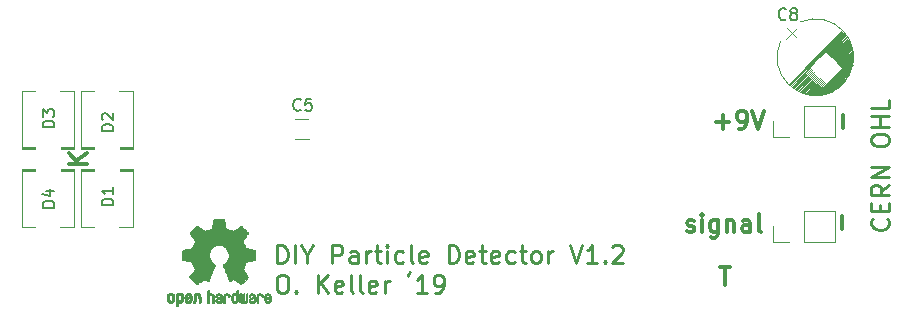
<source format=gto>
G04 #@! TF.GenerationSoftware,KiCad,Pcbnew,(5.1.2-1)-1*
G04 #@! TF.CreationDate,2019-08-07T19:22:51+02:00*
G04 #@! TF.ProjectId,DIY_detector,4449595f-6465-4746-9563-746f722e6b69,V1.1*
G04 #@! TF.SameCoordinates,Original*
G04 #@! TF.FileFunction,Legend,Top*
G04 #@! TF.FilePolarity,Positive*
%FSLAX46Y46*%
G04 Gerber Fmt 4.6, Leading zero omitted, Abs format (unit mm)*
G04 Created by KiCad (PCBNEW (5.1.2-1)-1) date 2019-08-07 19:22:51*
%MOMM*%
%LPD*%
G04 APERTURE LIST*
%ADD10C,0.300000*%
%ADD11C,0.250000*%
%ADD12C,0.120000*%
%ADD13C,0.010000*%
%ADD14C,0.150000*%
%ADD15R,2.100000X2.100000*%
%ADD16O,2.100000X2.100000*%
%ADD17C,2.000000*%
%ADD18O,2.000000X2.000000*%
%ADD19C,1.800000*%
%ADD20O,1.800000X1.800000*%
%ADD21R,2.800000X2.000000*%
%ADD22O,2.800000X2.000000*%
%ADD23C,0.100000*%
%ADD24C,6.100000*%
%ADD25C,2.100000*%
%ADD26C,1.500000*%
G04 APERTURE END LIST*
D10*
X159571428Y-121678571D02*
X160428571Y-121678571D01*
X160000000Y-123178571D02*
X160000000Y-121678571D01*
X105984071Y-112892857D02*
X104484071Y-112892857D01*
X105984071Y-112035714D02*
X105126928Y-112678571D01*
X104484071Y-112035714D02*
X105341214Y-112892857D01*
D11*
X173785714Y-117550000D02*
X173857142Y-117621428D01*
X173928571Y-117835714D01*
X173928571Y-117978571D01*
X173857142Y-118192857D01*
X173714285Y-118335714D01*
X173571428Y-118407142D01*
X173285714Y-118478571D01*
X173071428Y-118478571D01*
X172785714Y-118407142D01*
X172642857Y-118335714D01*
X172500000Y-118192857D01*
X172428571Y-117978571D01*
X172428571Y-117835714D01*
X172500000Y-117621428D01*
X172571428Y-117550000D01*
X173142857Y-116907142D02*
X173142857Y-116407142D01*
X173928571Y-116192857D02*
X173928571Y-116907142D01*
X172428571Y-116907142D01*
X172428571Y-116192857D01*
X173928571Y-114692857D02*
X173214285Y-115192857D01*
X173928571Y-115550000D02*
X172428571Y-115550000D01*
X172428571Y-114978571D01*
X172500000Y-114835714D01*
X172571428Y-114764285D01*
X172714285Y-114692857D01*
X172928571Y-114692857D01*
X173071428Y-114764285D01*
X173142857Y-114835714D01*
X173214285Y-114978571D01*
X173214285Y-115550000D01*
X173928571Y-114050000D02*
X172428571Y-114050000D01*
X173928571Y-113192857D01*
X172428571Y-113192857D01*
X172428571Y-111050000D02*
X172428571Y-110764285D01*
X172500000Y-110621428D01*
X172642857Y-110478571D01*
X172928571Y-110407142D01*
X173428571Y-110407142D01*
X173714285Y-110478571D01*
X173857142Y-110621428D01*
X173928571Y-110764285D01*
X173928571Y-111050000D01*
X173857142Y-111192857D01*
X173714285Y-111335714D01*
X173428571Y-111407142D01*
X172928571Y-111407142D01*
X172642857Y-111335714D01*
X172500000Y-111192857D01*
X172428571Y-111050000D01*
X173928571Y-109764285D02*
X172428571Y-109764285D01*
X173142857Y-109764285D02*
X173142857Y-108907142D01*
X173928571Y-108907142D02*
X172428571Y-108907142D01*
X173928571Y-107478571D02*
X173928571Y-108192857D01*
X172428571Y-108192857D01*
D10*
X169940368Y-118452645D02*
X169940368Y-117309788D01*
X170016368Y-109902284D02*
X170016368Y-108759427D01*
X156808357Y-118607142D02*
X156951214Y-118678571D01*
X157236928Y-118678571D01*
X157379785Y-118607142D01*
X157451214Y-118464285D01*
X157451214Y-118392857D01*
X157379785Y-118250000D01*
X157236928Y-118178571D01*
X157022642Y-118178571D01*
X156879785Y-118107142D01*
X156808357Y-117964285D01*
X156808357Y-117892857D01*
X156879785Y-117750000D01*
X157022642Y-117678571D01*
X157236928Y-117678571D01*
X157379785Y-117750000D01*
X158094071Y-118678571D02*
X158094071Y-117678571D01*
X158094071Y-117178571D02*
X158022642Y-117250000D01*
X158094071Y-117321428D01*
X158165500Y-117250000D01*
X158094071Y-117178571D01*
X158094071Y-117321428D01*
X159451214Y-117678571D02*
X159451214Y-118892857D01*
X159379785Y-119035714D01*
X159308357Y-119107142D01*
X159165500Y-119178571D01*
X158951214Y-119178571D01*
X158808357Y-119107142D01*
X159451214Y-118607142D02*
X159308357Y-118678571D01*
X159022642Y-118678571D01*
X158879785Y-118607142D01*
X158808357Y-118535714D01*
X158736928Y-118392857D01*
X158736928Y-117964285D01*
X158808357Y-117821428D01*
X158879785Y-117750000D01*
X159022642Y-117678571D01*
X159308357Y-117678571D01*
X159451214Y-117750000D01*
X160165500Y-117678571D02*
X160165500Y-118678571D01*
X160165500Y-117821428D02*
X160236928Y-117750000D01*
X160379785Y-117678571D01*
X160594071Y-117678571D01*
X160736928Y-117750000D01*
X160808357Y-117892857D01*
X160808357Y-118678571D01*
X162165500Y-118678571D02*
X162165500Y-117892857D01*
X162094071Y-117750000D01*
X161951214Y-117678571D01*
X161665500Y-117678571D01*
X161522642Y-117750000D01*
X162165500Y-118607142D02*
X162022642Y-118678571D01*
X161665500Y-118678571D01*
X161522642Y-118607142D01*
X161451214Y-118464285D01*
X161451214Y-118321428D01*
X161522642Y-118178571D01*
X161665500Y-118107142D01*
X162022642Y-118107142D01*
X162165500Y-118035714D01*
X163094071Y-118678571D02*
X162951214Y-118607142D01*
X162879785Y-118464285D01*
X162879785Y-117178571D01*
X159256928Y-109357142D02*
X160399785Y-109357142D01*
X159828357Y-109928571D02*
X159828357Y-108785714D01*
X161185500Y-109928571D02*
X161471214Y-109928571D01*
X161614071Y-109857142D01*
X161685500Y-109785714D01*
X161828357Y-109571428D01*
X161899785Y-109285714D01*
X161899785Y-108714285D01*
X161828357Y-108571428D01*
X161756928Y-108500000D01*
X161614071Y-108428571D01*
X161328357Y-108428571D01*
X161185500Y-108500000D01*
X161114071Y-108571428D01*
X161042642Y-108714285D01*
X161042642Y-109071428D01*
X161114071Y-109214285D01*
X161185500Y-109285714D01*
X161328357Y-109357142D01*
X161614071Y-109357142D01*
X161756928Y-109285714D01*
X161828357Y-109214285D01*
X161899785Y-109071428D01*
X162328357Y-108428571D02*
X162828357Y-109928571D01*
X163328357Y-108428571D01*
D11*
X122144642Y-121326571D02*
X122144642Y-119826571D01*
X122501785Y-119826571D01*
X122716071Y-119898000D01*
X122858928Y-120040857D01*
X122930357Y-120183714D01*
X123001785Y-120469428D01*
X123001785Y-120683714D01*
X122930357Y-120969428D01*
X122858928Y-121112285D01*
X122716071Y-121255142D01*
X122501785Y-121326571D01*
X122144642Y-121326571D01*
X123644642Y-121326571D02*
X123644642Y-119826571D01*
X124644642Y-120612285D02*
X124644642Y-121326571D01*
X124144642Y-119826571D02*
X124644642Y-120612285D01*
X125144642Y-119826571D01*
X126787500Y-121326571D02*
X126787500Y-119826571D01*
X127358928Y-119826571D01*
X127501785Y-119898000D01*
X127573214Y-119969428D01*
X127644642Y-120112285D01*
X127644642Y-120326571D01*
X127573214Y-120469428D01*
X127501785Y-120540857D01*
X127358928Y-120612285D01*
X126787500Y-120612285D01*
X128930357Y-121326571D02*
X128930357Y-120540857D01*
X128858928Y-120398000D01*
X128716071Y-120326571D01*
X128430357Y-120326571D01*
X128287500Y-120398000D01*
X128930357Y-121255142D02*
X128787500Y-121326571D01*
X128430357Y-121326571D01*
X128287500Y-121255142D01*
X128216071Y-121112285D01*
X128216071Y-120969428D01*
X128287500Y-120826571D01*
X128430357Y-120755142D01*
X128787500Y-120755142D01*
X128930357Y-120683714D01*
X129644642Y-121326571D02*
X129644642Y-120326571D01*
X129644642Y-120612285D02*
X129716071Y-120469428D01*
X129787500Y-120398000D01*
X129930357Y-120326571D01*
X130073214Y-120326571D01*
X130358928Y-120326571D02*
X130930357Y-120326571D01*
X130573214Y-119826571D02*
X130573214Y-121112285D01*
X130644642Y-121255142D01*
X130787500Y-121326571D01*
X130930357Y-121326571D01*
X131430357Y-121326571D02*
X131430357Y-120326571D01*
X131430357Y-119826571D02*
X131358928Y-119898000D01*
X131430357Y-119969428D01*
X131501785Y-119898000D01*
X131430357Y-119826571D01*
X131430357Y-119969428D01*
X132787500Y-121255142D02*
X132644642Y-121326571D01*
X132358928Y-121326571D01*
X132216071Y-121255142D01*
X132144642Y-121183714D01*
X132073214Y-121040857D01*
X132073214Y-120612285D01*
X132144642Y-120469428D01*
X132216071Y-120398000D01*
X132358928Y-120326571D01*
X132644642Y-120326571D01*
X132787500Y-120398000D01*
X133644642Y-121326571D02*
X133501785Y-121255142D01*
X133430357Y-121112285D01*
X133430357Y-119826571D01*
X134787500Y-121255142D02*
X134644642Y-121326571D01*
X134358928Y-121326571D01*
X134216071Y-121255142D01*
X134144642Y-121112285D01*
X134144642Y-120540857D01*
X134216071Y-120398000D01*
X134358928Y-120326571D01*
X134644642Y-120326571D01*
X134787500Y-120398000D01*
X134858928Y-120540857D01*
X134858928Y-120683714D01*
X134144642Y-120826571D01*
X136644642Y-121326571D02*
X136644642Y-119826571D01*
X137001785Y-119826571D01*
X137216071Y-119898000D01*
X137358928Y-120040857D01*
X137430357Y-120183714D01*
X137501785Y-120469428D01*
X137501785Y-120683714D01*
X137430357Y-120969428D01*
X137358928Y-121112285D01*
X137216071Y-121255142D01*
X137001785Y-121326571D01*
X136644642Y-121326571D01*
X138716071Y-121255142D02*
X138573214Y-121326571D01*
X138287500Y-121326571D01*
X138144642Y-121255142D01*
X138073214Y-121112285D01*
X138073214Y-120540857D01*
X138144642Y-120398000D01*
X138287500Y-120326571D01*
X138573214Y-120326571D01*
X138716071Y-120398000D01*
X138787500Y-120540857D01*
X138787500Y-120683714D01*
X138073214Y-120826571D01*
X139216071Y-120326571D02*
X139787500Y-120326571D01*
X139430357Y-119826571D02*
X139430357Y-121112285D01*
X139501785Y-121255142D01*
X139644642Y-121326571D01*
X139787500Y-121326571D01*
X140858928Y-121255142D02*
X140716071Y-121326571D01*
X140430357Y-121326571D01*
X140287500Y-121255142D01*
X140216071Y-121112285D01*
X140216071Y-120540857D01*
X140287500Y-120398000D01*
X140430357Y-120326571D01*
X140716071Y-120326571D01*
X140858928Y-120398000D01*
X140930357Y-120540857D01*
X140930357Y-120683714D01*
X140216071Y-120826571D01*
X142216071Y-121255142D02*
X142073214Y-121326571D01*
X141787500Y-121326571D01*
X141644642Y-121255142D01*
X141573214Y-121183714D01*
X141501785Y-121040857D01*
X141501785Y-120612285D01*
X141573214Y-120469428D01*
X141644642Y-120398000D01*
X141787500Y-120326571D01*
X142073214Y-120326571D01*
X142216071Y-120398000D01*
X142644642Y-120326571D02*
X143216071Y-120326571D01*
X142858928Y-119826571D02*
X142858928Y-121112285D01*
X142930357Y-121255142D01*
X143073214Y-121326571D01*
X143216071Y-121326571D01*
X143930357Y-121326571D02*
X143787500Y-121255142D01*
X143716071Y-121183714D01*
X143644642Y-121040857D01*
X143644642Y-120612285D01*
X143716071Y-120469428D01*
X143787500Y-120398000D01*
X143930357Y-120326571D01*
X144144642Y-120326571D01*
X144287500Y-120398000D01*
X144358928Y-120469428D01*
X144430357Y-120612285D01*
X144430357Y-121040857D01*
X144358928Y-121183714D01*
X144287500Y-121255142D01*
X144144642Y-121326571D01*
X143930357Y-121326571D01*
X145073214Y-121326571D02*
X145073214Y-120326571D01*
X145073214Y-120612285D02*
X145144642Y-120469428D01*
X145216071Y-120398000D01*
X145358928Y-120326571D01*
X145501785Y-120326571D01*
X146930357Y-119826571D02*
X147430357Y-121326571D01*
X147930357Y-119826571D01*
X149216071Y-121326571D02*
X148358928Y-121326571D01*
X148787500Y-121326571D02*
X148787500Y-119826571D01*
X148644642Y-120040857D01*
X148501785Y-120183714D01*
X148358928Y-120255142D01*
X149858928Y-121183714D02*
X149930357Y-121255142D01*
X149858928Y-121326571D01*
X149787500Y-121255142D01*
X149858928Y-121183714D01*
X149858928Y-121326571D01*
X150501785Y-119969428D02*
X150573214Y-119898000D01*
X150716071Y-119826571D01*
X151073214Y-119826571D01*
X151216071Y-119898000D01*
X151287500Y-119969428D01*
X151358928Y-120112285D01*
X151358928Y-120255142D01*
X151287500Y-120469428D01*
X150430357Y-121326571D01*
X151358928Y-121326571D01*
X122430357Y-122326571D02*
X122716071Y-122326571D01*
X122858928Y-122398000D01*
X123001785Y-122540857D01*
X123073214Y-122826571D01*
X123073214Y-123326571D01*
X123001785Y-123612285D01*
X122858928Y-123755142D01*
X122716071Y-123826571D01*
X122430357Y-123826571D01*
X122287500Y-123755142D01*
X122144642Y-123612285D01*
X122073214Y-123326571D01*
X122073214Y-122826571D01*
X122144642Y-122540857D01*
X122287500Y-122398000D01*
X122430357Y-122326571D01*
X123716071Y-123683714D02*
X123787500Y-123755142D01*
X123716071Y-123826571D01*
X123644642Y-123755142D01*
X123716071Y-123683714D01*
X123716071Y-123826571D01*
X125573214Y-123826571D02*
X125573214Y-122326571D01*
X126430357Y-123826571D02*
X125787500Y-122969428D01*
X126430357Y-122326571D02*
X125573214Y-123183714D01*
X127644642Y-123755142D02*
X127501785Y-123826571D01*
X127216071Y-123826571D01*
X127073214Y-123755142D01*
X127001785Y-123612285D01*
X127001785Y-123040857D01*
X127073214Y-122898000D01*
X127216071Y-122826571D01*
X127501785Y-122826571D01*
X127644642Y-122898000D01*
X127716071Y-123040857D01*
X127716071Y-123183714D01*
X127001785Y-123326571D01*
X128573214Y-123826571D02*
X128430357Y-123755142D01*
X128358928Y-123612285D01*
X128358928Y-122326571D01*
X129358928Y-123826571D02*
X129216071Y-123755142D01*
X129144642Y-123612285D01*
X129144642Y-122326571D01*
X130501785Y-123755142D02*
X130358928Y-123826571D01*
X130073214Y-123826571D01*
X129930357Y-123755142D01*
X129858928Y-123612285D01*
X129858928Y-123040857D01*
X129930357Y-122898000D01*
X130073214Y-122826571D01*
X130358928Y-122826571D01*
X130501785Y-122898000D01*
X130573214Y-123040857D01*
X130573214Y-123183714D01*
X129858928Y-123326571D01*
X131216071Y-123826571D02*
X131216071Y-122826571D01*
X131216071Y-123112285D02*
X131287500Y-122969428D01*
X131358928Y-122898000D01*
X131501785Y-122826571D01*
X131644642Y-122826571D01*
X133216071Y-122398000D02*
X133216071Y-122326571D01*
X133287500Y-122183714D01*
X133358928Y-122112285D01*
X134787500Y-123826571D02*
X133930357Y-123826571D01*
X134358928Y-123826571D02*
X134358928Y-122326571D01*
X134216071Y-122540857D01*
X134073214Y-122683714D01*
X133930357Y-122755142D01*
X135501785Y-123826571D02*
X135787500Y-123826571D01*
X135930357Y-123755142D01*
X136001785Y-123683714D01*
X136144642Y-123469428D01*
X136216071Y-123183714D01*
X136216071Y-122612285D01*
X136144642Y-122469428D01*
X136073214Y-122398000D01*
X135930357Y-122326571D01*
X135644642Y-122326571D01*
X135501785Y-122398000D01*
X135430357Y-122469428D01*
X135358928Y-122612285D01*
X135358928Y-122969428D01*
X135430357Y-123112285D01*
X135501785Y-123183714D01*
X135644642Y-123255142D01*
X135930357Y-123255142D01*
X136073214Y-123183714D01*
X136144642Y-123112285D01*
X136216071Y-122969428D01*
D12*
X169310000Y-119545000D02*
X169310000Y-116885000D01*
X166710000Y-119545000D02*
X169310000Y-119545000D01*
X166710000Y-116885000D02*
X169310000Y-116885000D01*
X166710000Y-119545000D02*
X166710000Y-116885000D01*
X165440000Y-119545000D02*
X164110000Y-119545000D01*
X164110000Y-119545000D02*
X164110000Y-118215000D01*
X169310000Y-110655000D02*
X169310000Y-107995000D01*
X166710000Y-110655000D02*
X169310000Y-110655000D01*
X166710000Y-107995000D02*
X169310000Y-107995000D01*
X166710000Y-110655000D02*
X166710000Y-107995000D01*
X165440000Y-110655000D02*
X164110000Y-110655000D01*
X164110000Y-110655000D02*
X164110000Y-109325000D01*
D13*
G36*
X113948886Y-123847505D02*
G01*
X114023539Y-123884727D01*
X114089431Y-123953261D01*
X114107577Y-123978648D01*
X114127345Y-124011866D01*
X114140172Y-124047945D01*
X114147510Y-124096098D01*
X114150813Y-124165536D01*
X114151538Y-124257206D01*
X114148263Y-124382830D01*
X114136877Y-124477154D01*
X114115041Y-124547523D01*
X114080419Y-124601286D01*
X114030670Y-124645788D01*
X114027014Y-124648423D01*
X113977985Y-124675377D01*
X113918945Y-124688712D01*
X113843859Y-124692000D01*
X113721795Y-124692000D01*
X113721744Y-124810497D01*
X113720608Y-124876492D01*
X113713686Y-124915202D01*
X113695598Y-124938419D01*
X113660962Y-124957933D01*
X113652645Y-124961920D01*
X113613720Y-124980603D01*
X113583583Y-124992403D01*
X113561174Y-124993422D01*
X113545433Y-124979761D01*
X113535302Y-124947522D01*
X113529723Y-124892804D01*
X113527635Y-124811711D01*
X113527981Y-124700344D01*
X113529700Y-124554802D01*
X113530237Y-124511269D01*
X113532172Y-124361205D01*
X113533904Y-124263042D01*
X113721692Y-124263042D01*
X113722748Y-124346364D01*
X113727438Y-124400880D01*
X113738051Y-124436837D01*
X113756872Y-124464482D01*
X113769650Y-124477965D01*
X113821890Y-124517417D01*
X113868142Y-124520628D01*
X113915867Y-124488049D01*
X113917077Y-124486846D01*
X113936494Y-124461668D01*
X113948307Y-124427447D01*
X113954265Y-124374748D01*
X113956120Y-124294131D01*
X113956154Y-124276271D01*
X113951670Y-124165175D01*
X113937074Y-124088161D01*
X113910650Y-124041147D01*
X113870683Y-124020050D01*
X113847584Y-124017923D01*
X113792762Y-124027900D01*
X113755158Y-124060752D01*
X113732523Y-124120857D01*
X113722606Y-124212598D01*
X113721692Y-124263042D01*
X113533904Y-124263042D01*
X113534222Y-124245060D01*
X113536873Y-124157679D01*
X113540606Y-124093905D01*
X113545907Y-124048582D01*
X113553258Y-124016555D01*
X113563143Y-123992668D01*
X113576046Y-123971764D01*
X113581579Y-123963898D01*
X113654969Y-123889595D01*
X113747760Y-123847467D01*
X113855096Y-123835722D01*
X113948886Y-123847505D01*
X113948886Y-123847505D01*
G37*
X113948886Y-123847505D02*
X114023539Y-123884727D01*
X114089431Y-123953261D01*
X114107577Y-123978648D01*
X114127345Y-124011866D01*
X114140172Y-124047945D01*
X114147510Y-124096098D01*
X114150813Y-124165536D01*
X114151538Y-124257206D01*
X114148263Y-124382830D01*
X114136877Y-124477154D01*
X114115041Y-124547523D01*
X114080419Y-124601286D01*
X114030670Y-124645788D01*
X114027014Y-124648423D01*
X113977985Y-124675377D01*
X113918945Y-124688712D01*
X113843859Y-124692000D01*
X113721795Y-124692000D01*
X113721744Y-124810497D01*
X113720608Y-124876492D01*
X113713686Y-124915202D01*
X113695598Y-124938419D01*
X113660962Y-124957933D01*
X113652645Y-124961920D01*
X113613720Y-124980603D01*
X113583583Y-124992403D01*
X113561174Y-124993422D01*
X113545433Y-124979761D01*
X113535302Y-124947522D01*
X113529723Y-124892804D01*
X113527635Y-124811711D01*
X113527981Y-124700344D01*
X113529700Y-124554802D01*
X113530237Y-124511269D01*
X113532172Y-124361205D01*
X113533904Y-124263042D01*
X113721692Y-124263042D01*
X113722748Y-124346364D01*
X113727438Y-124400880D01*
X113738051Y-124436837D01*
X113756872Y-124464482D01*
X113769650Y-124477965D01*
X113821890Y-124517417D01*
X113868142Y-124520628D01*
X113915867Y-124488049D01*
X113917077Y-124486846D01*
X113936494Y-124461668D01*
X113948307Y-124427447D01*
X113954265Y-124374748D01*
X113956120Y-124294131D01*
X113956154Y-124276271D01*
X113951670Y-124165175D01*
X113937074Y-124088161D01*
X113910650Y-124041147D01*
X113870683Y-124020050D01*
X113847584Y-124017923D01*
X113792762Y-124027900D01*
X113755158Y-124060752D01*
X113732523Y-124120857D01*
X113722606Y-124212598D01*
X113721692Y-124263042D01*
X113533904Y-124263042D01*
X113534222Y-124245060D01*
X113536873Y-124157679D01*
X113540606Y-124093905D01*
X113545907Y-124048582D01*
X113553258Y-124016555D01*
X113563143Y-123992668D01*
X113576046Y-123971764D01*
X113581579Y-123963898D01*
X113654969Y-123889595D01*
X113747760Y-123847467D01*
X113855096Y-123835722D01*
X113948886Y-123847505D01*
G36*
X115451664Y-123858089D02*
G01*
X115514367Y-123894358D01*
X115557961Y-123930358D01*
X115589845Y-123968075D01*
X115611810Y-124014199D01*
X115625649Y-124075421D01*
X115633153Y-124158431D01*
X115636117Y-124269919D01*
X115636461Y-124350062D01*
X115636461Y-124645065D01*
X115470385Y-124719515D01*
X115460615Y-124396402D01*
X115456579Y-124275729D01*
X115452344Y-124188141D01*
X115447097Y-124127650D01*
X115440025Y-124088268D01*
X115430311Y-124064007D01*
X115417144Y-124048880D01*
X115412919Y-124045606D01*
X115348909Y-124020034D01*
X115284208Y-124030153D01*
X115245692Y-124057000D01*
X115230025Y-124076024D01*
X115219180Y-124100988D01*
X115212288Y-124138834D01*
X115208479Y-124196502D01*
X115206883Y-124280935D01*
X115206615Y-124368928D01*
X115206563Y-124479323D01*
X115204672Y-124557463D01*
X115198345Y-124610165D01*
X115184983Y-124644242D01*
X115161985Y-124666511D01*
X115126754Y-124683787D01*
X115079697Y-124701738D01*
X115028303Y-124721278D01*
X115034421Y-124374485D01*
X115036884Y-124249468D01*
X115039767Y-124157082D01*
X115043898Y-124090881D01*
X115050107Y-124044420D01*
X115059226Y-124011256D01*
X115072083Y-123984944D01*
X115087584Y-123961729D01*
X115162371Y-123887569D01*
X115253628Y-123844684D01*
X115352883Y-123834412D01*
X115451664Y-123858089D01*
X115451664Y-123858089D01*
G37*
X115451664Y-123858089D02*
X115514367Y-123894358D01*
X115557961Y-123930358D01*
X115589845Y-123968075D01*
X115611810Y-124014199D01*
X115625649Y-124075421D01*
X115633153Y-124158431D01*
X115636117Y-124269919D01*
X115636461Y-124350062D01*
X115636461Y-124645065D01*
X115470385Y-124719515D01*
X115460615Y-124396402D01*
X115456579Y-124275729D01*
X115452344Y-124188141D01*
X115447097Y-124127650D01*
X115440025Y-124088268D01*
X115430311Y-124064007D01*
X115417144Y-124048880D01*
X115412919Y-124045606D01*
X115348909Y-124020034D01*
X115284208Y-124030153D01*
X115245692Y-124057000D01*
X115230025Y-124076024D01*
X115219180Y-124100988D01*
X115212288Y-124138834D01*
X115208479Y-124196502D01*
X115206883Y-124280935D01*
X115206615Y-124368928D01*
X115206563Y-124479323D01*
X115204672Y-124557463D01*
X115198345Y-124610165D01*
X115184983Y-124644242D01*
X115161985Y-124666511D01*
X115126754Y-124683787D01*
X115079697Y-124701738D01*
X115028303Y-124721278D01*
X115034421Y-124374485D01*
X115036884Y-124249468D01*
X115039767Y-124157082D01*
X115043898Y-124090881D01*
X115050107Y-124044420D01*
X115059226Y-124011256D01*
X115072083Y-123984944D01*
X115087584Y-123961729D01*
X115162371Y-123887569D01*
X115253628Y-123844684D01*
X115352883Y-123834412D01*
X115451664Y-123858089D01*
G36*
X113196886Y-123850256D02*
G01*
X113288464Y-123898409D01*
X113356049Y-123975905D01*
X113380057Y-124025727D01*
X113398738Y-124100533D01*
X113408301Y-124195052D01*
X113409208Y-124298210D01*
X113401921Y-124398935D01*
X113386903Y-124486153D01*
X113364615Y-124548791D01*
X113357765Y-124559579D01*
X113276632Y-124640105D01*
X113180266Y-124688336D01*
X113075701Y-124702450D01*
X112969968Y-124680629D01*
X112940543Y-124667547D01*
X112883241Y-124627231D01*
X112832950Y-124573775D01*
X112828197Y-124566995D01*
X112808878Y-124534321D01*
X112796108Y-124499394D01*
X112788564Y-124453414D01*
X112784924Y-124387584D01*
X112783865Y-124293105D01*
X112783846Y-124271923D01*
X112783894Y-124265182D01*
X112979231Y-124265182D01*
X112980368Y-124354349D01*
X112984841Y-124413520D01*
X112994246Y-124451741D01*
X113010176Y-124478053D01*
X113018308Y-124486846D01*
X113065058Y-124520261D01*
X113110447Y-124518737D01*
X113156340Y-124489752D01*
X113183712Y-124458809D01*
X113199923Y-124413643D01*
X113209026Y-124342420D01*
X113209651Y-124334114D01*
X113211204Y-124205037D01*
X113194965Y-124109172D01*
X113161152Y-124047107D01*
X113109984Y-124019432D01*
X113091720Y-124017923D01*
X113043760Y-124025513D01*
X113010953Y-124051808D01*
X112990895Y-124102095D01*
X112981178Y-124181664D01*
X112979231Y-124265182D01*
X112783894Y-124265182D01*
X112784574Y-124171249D01*
X112787629Y-124100906D01*
X112794322Y-124052163D01*
X112805960Y-124016288D01*
X112823853Y-123984548D01*
X112827808Y-123978648D01*
X112894267Y-123899104D01*
X112966685Y-123852929D01*
X113054849Y-123834599D01*
X113084787Y-123833703D01*
X113196886Y-123850256D01*
X113196886Y-123850256D01*
G37*
X113196886Y-123850256D02*
X113288464Y-123898409D01*
X113356049Y-123975905D01*
X113380057Y-124025727D01*
X113398738Y-124100533D01*
X113408301Y-124195052D01*
X113409208Y-124298210D01*
X113401921Y-124398935D01*
X113386903Y-124486153D01*
X113364615Y-124548791D01*
X113357765Y-124559579D01*
X113276632Y-124640105D01*
X113180266Y-124688336D01*
X113075701Y-124702450D01*
X112969968Y-124680629D01*
X112940543Y-124667547D01*
X112883241Y-124627231D01*
X112832950Y-124573775D01*
X112828197Y-124566995D01*
X112808878Y-124534321D01*
X112796108Y-124499394D01*
X112788564Y-124453414D01*
X112784924Y-124387584D01*
X112783865Y-124293105D01*
X112783846Y-124271923D01*
X112783894Y-124265182D01*
X112979231Y-124265182D01*
X112980368Y-124354349D01*
X112984841Y-124413520D01*
X112994246Y-124451741D01*
X113010176Y-124478053D01*
X113018308Y-124486846D01*
X113065058Y-124520261D01*
X113110447Y-124518737D01*
X113156340Y-124489752D01*
X113183712Y-124458809D01*
X113199923Y-124413643D01*
X113209026Y-124342420D01*
X113209651Y-124334114D01*
X113211204Y-124205037D01*
X113194965Y-124109172D01*
X113161152Y-124047107D01*
X113109984Y-124019432D01*
X113091720Y-124017923D01*
X113043760Y-124025513D01*
X113010953Y-124051808D01*
X112990895Y-124102095D01*
X112981178Y-124181664D01*
X112979231Y-124265182D01*
X112783894Y-124265182D01*
X112784574Y-124171249D01*
X112787629Y-124100906D01*
X112794322Y-124052163D01*
X112805960Y-124016288D01*
X112823853Y-123984548D01*
X112827808Y-123978648D01*
X112894267Y-123899104D01*
X112966685Y-123852929D01*
X113054849Y-123834599D01*
X113084787Y-123833703D01*
X113196886Y-123850256D01*
G36*
X114714254Y-123862745D02*
G01*
X114791286Y-123914567D01*
X114850816Y-123989412D01*
X114886378Y-124084654D01*
X114893571Y-124154756D01*
X114892754Y-124184009D01*
X114885914Y-124206407D01*
X114867112Y-124226474D01*
X114830408Y-124248733D01*
X114769862Y-124277709D01*
X114679534Y-124317927D01*
X114679077Y-124318129D01*
X114595933Y-124356210D01*
X114527753Y-124390025D01*
X114481505Y-124415933D01*
X114464158Y-124430295D01*
X114464154Y-124430411D01*
X114479443Y-124461685D01*
X114515196Y-124496157D01*
X114556242Y-124520990D01*
X114577037Y-124525923D01*
X114633770Y-124508862D01*
X114682627Y-124466133D01*
X114706465Y-124419155D01*
X114729397Y-124384522D01*
X114774318Y-124345081D01*
X114827123Y-124311009D01*
X114873710Y-124292480D01*
X114883452Y-124291462D01*
X114894418Y-124308215D01*
X114895079Y-124351039D01*
X114887020Y-124408781D01*
X114871827Y-124470289D01*
X114851086Y-124524409D01*
X114850038Y-124526510D01*
X114787621Y-124613660D01*
X114706726Y-124672939D01*
X114614856Y-124702034D01*
X114519513Y-124698634D01*
X114428198Y-124660428D01*
X114424138Y-124657741D01*
X114352306Y-124592642D01*
X114305073Y-124507705D01*
X114278934Y-124396021D01*
X114275426Y-124364643D01*
X114269213Y-124216536D01*
X114276661Y-124147468D01*
X114464154Y-124147468D01*
X114466590Y-124190552D01*
X114479914Y-124203126D01*
X114513132Y-124193719D01*
X114565494Y-124171483D01*
X114624024Y-124143610D01*
X114625479Y-124142872D01*
X114675089Y-124116777D01*
X114695000Y-124099363D01*
X114690090Y-124081107D01*
X114669416Y-124057120D01*
X114616819Y-124022406D01*
X114560177Y-124019856D01*
X114509369Y-124045119D01*
X114474276Y-124093847D01*
X114464154Y-124147468D01*
X114276661Y-124147468D01*
X114281992Y-124098036D01*
X114314778Y-124004055D01*
X114360421Y-123938215D01*
X114442802Y-123871681D01*
X114533546Y-123838676D01*
X114626185Y-123836573D01*
X114714254Y-123862745D01*
X114714254Y-123862745D01*
G37*
X114714254Y-123862745D02*
X114791286Y-123914567D01*
X114850816Y-123989412D01*
X114886378Y-124084654D01*
X114893571Y-124154756D01*
X114892754Y-124184009D01*
X114885914Y-124206407D01*
X114867112Y-124226474D01*
X114830408Y-124248733D01*
X114769862Y-124277709D01*
X114679534Y-124317927D01*
X114679077Y-124318129D01*
X114595933Y-124356210D01*
X114527753Y-124390025D01*
X114481505Y-124415933D01*
X114464158Y-124430295D01*
X114464154Y-124430411D01*
X114479443Y-124461685D01*
X114515196Y-124496157D01*
X114556242Y-124520990D01*
X114577037Y-124525923D01*
X114633770Y-124508862D01*
X114682627Y-124466133D01*
X114706465Y-124419155D01*
X114729397Y-124384522D01*
X114774318Y-124345081D01*
X114827123Y-124311009D01*
X114873710Y-124292480D01*
X114883452Y-124291462D01*
X114894418Y-124308215D01*
X114895079Y-124351039D01*
X114887020Y-124408781D01*
X114871827Y-124470289D01*
X114851086Y-124524409D01*
X114850038Y-124526510D01*
X114787621Y-124613660D01*
X114706726Y-124672939D01*
X114614856Y-124702034D01*
X114519513Y-124698634D01*
X114428198Y-124660428D01*
X114424138Y-124657741D01*
X114352306Y-124592642D01*
X114305073Y-124507705D01*
X114278934Y-124396021D01*
X114275426Y-124364643D01*
X114269213Y-124216536D01*
X114276661Y-124147468D01*
X114464154Y-124147468D01*
X114466590Y-124190552D01*
X114479914Y-124203126D01*
X114513132Y-124193719D01*
X114565494Y-124171483D01*
X114624024Y-124143610D01*
X114625479Y-124142872D01*
X114675089Y-124116777D01*
X114695000Y-124099363D01*
X114690090Y-124081107D01*
X114669416Y-124057120D01*
X114616819Y-124022406D01*
X114560177Y-124019856D01*
X114509369Y-124045119D01*
X114474276Y-124093847D01*
X114464154Y-124147468D01*
X114276661Y-124147468D01*
X114281992Y-124098036D01*
X114314778Y-124004055D01*
X114360421Y-123938215D01*
X114442802Y-123871681D01*
X114533546Y-123838676D01*
X114626185Y-123836573D01*
X114714254Y-123862745D01*
G36*
X116339846Y-123755120D02*
G01*
X116345572Y-123834980D01*
X116352149Y-123882039D01*
X116361262Y-123902566D01*
X116374598Y-123902829D01*
X116378923Y-123900378D01*
X116436444Y-123882636D01*
X116511268Y-123883672D01*
X116587339Y-123901910D01*
X116634918Y-123925505D01*
X116683702Y-123963198D01*
X116719364Y-124005855D01*
X116743845Y-124060057D01*
X116759087Y-124132384D01*
X116767030Y-124229419D01*
X116769616Y-124357742D01*
X116769662Y-124382358D01*
X116769692Y-124658870D01*
X116708161Y-124680320D01*
X116664459Y-124694912D01*
X116640482Y-124701706D01*
X116639777Y-124701769D01*
X116637415Y-124683345D01*
X116635406Y-124632526D01*
X116633901Y-124555993D01*
X116633053Y-124460430D01*
X116632923Y-124402329D01*
X116632651Y-124287771D01*
X116631252Y-124205667D01*
X116627849Y-124149393D01*
X116621567Y-124112326D01*
X116611529Y-124087844D01*
X116596861Y-124069325D01*
X116587702Y-124060406D01*
X116524789Y-124024466D01*
X116456136Y-124021775D01*
X116393848Y-124052170D01*
X116382329Y-124063144D01*
X116365433Y-124083779D01*
X116353714Y-124108256D01*
X116346233Y-124143647D01*
X116342054Y-124197026D01*
X116340237Y-124275466D01*
X116339846Y-124383617D01*
X116339846Y-124658870D01*
X116278315Y-124680320D01*
X116234613Y-124694912D01*
X116210636Y-124701706D01*
X116209930Y-124701769D01*
X116208126Y-124683069D01*
X116206500Y-124630322D01*
X116205117Y-124548557D01*
X116204042Y-124442805D01*
X116203340Y-124318094D01*
X116203077Y-124179455D01*
X116203077Y-123644806D01*
X116330077Y-123591236D01*
X116339846Y-123755120D01*
X116339846Y-123755120D01*
G37*
X116339846Y-123755120D02*
X116345572Y-123834980D01*
X116352149Y-123882039D01*
X116361262Y-123902566D01*
X116374598Y-123902829D01*
X116378923Y-123900378D01*
X116436444Y-123882636D01*
X116511268Y-123883672D01*
X116587339Y-123901910D01*
X116634918Y-123925505D01*
X116683702Y-123963198D01*
X116719364Y-124005855D01*
X116743845Y-124060057D01*
X116759087Y-124132384D01*
X116767030Y-124229419D01*
X116769616Y-124357742D01*
X116769662Y-124382358D01*
X116769692Y-124658870D01*
X116708161Y-124680320D01*
X116664459Y-124694912D01*
X116640482Y-124701706D01*
X116639777Y-124701769D01*
X116637415Y-124683345D01*
X116635406Y-124632526D01*
X116633901Y-124555993D01*
X116633053Y-124460430D01*
X116632923Y-124402329D01*
X116632651Y-124287771D01*
X116631252Y-124205667D01*
X116627849Y-124149393D01*
X116621567Y-124112326D01*
X116611529Y-124087844D01*
X116596861Y-124069325D01*
X116587702Y-124060406D01*
X116524789Y-124024466D01*
X116456136Y-124021775D01*
X116393848Y-124052170D01*
X116382329Y-124063144D01*
X116365433Y-124083779D01*
X116353714Y-124108256D01*
X116346233Y-124143647D01*
X116342054Y-124197026D01*
X116340237Y-124275466D01*
X116339846Y-124383617D01*
X116339846Y-124658870D01*
X116278315Y-124680320D01*
X116234613Y-124694912D01*
X116210636Y-124701706D01*
X116209930Y-124701769D01*
X116208126Y-124683069D01*
X116206500Y-124630322D01*
X116205117Y-124548557D01*
X116204042Y-124442805D01*
X116203340Y-124318094D01*
X116203077Y-124179455D01*
X116203077Y-123644806D01*
X116330077Y-123591236D01*
X116339846Y-123755120D01*
G36*
X117233501Y-123889303D02*
G01*
X117310060Y-123917733D01*
X117310936Y-123918279D01*
X117358285Y-123953127D01*
X117393241Y-123993852D01*
X117417825Y-124046925D01*
X117434062Y-124118814D01*
X117443975Y-124215992D01*
X117449586Y-124344928D01*
X117450077Y-124363298D01*
X117457141Y-124640287D01*
X117397695Y-124671028D01*
X117354681Y-124691802D01*
X117328710Y-124701646D01*
X117327509Y-124701769D01*
X117323014Y-124683606D01*
X117319444Y-124634612D01*
X117317248Y-124563031D01*
X117316769Y-124505068D01*
X117316758Y-124411170D01*
X117312466Y-124352203D01*
X117297503Y-124324079D01*
X117265482Y-124322706D01*
X117210014Y-124343998D01*
X117126269Y-124383136D01*
X117064689Y-124415643D01*
X117033017Y-124443845D01*
X117023706Y-124474582D01*
X117023692Y-124476104D01*
X117039057Y-124529054D01*
X117084547Y-124557660D01*
X117154166Y-124561803D01*
X117204313Y-124561084D01*
X117230754Y-124575527D01*
X117247243Y-124610218D01*
X117256733Y-124654416D01*
X117243057Y-124679493D01*
X117237907Y-124683082D01*
X117189425Y-124697496D01*
X117121531Y-124699537D01*
X117051612Y-124689983D01*
X117002068Y-124672522D01*
X116933570Y-124614364D01*
X116894634Y-124533408D01*
X116886923Y-124470160D01*
X116892807Y-124413111D01*
X116914101Y-124366542D01*
X116956265Y-124325181D01*
X117024759Y-124283755D01*
X117125044Y-124236993D01*
X117131154Y-124234350D01*
X117221490Y-124192617D01*
X117277235Y-124158391D01*
X117301129Y-124127635D01*
X117295913Y-124096311D01*
X117264328Y-124060383D01*
X117254883Y-124052116D01*
X117191617Y-124020058D01*
X117126064Y-124021407D01*
X117068972Y-124052838D01*
X117031093Y-124111024D01*
X117027574Y-124122446D01*
X116993300Y-124177837D01*
X116949809Y-124204518D01*
X116886923Y-124230960D01*
X116886923Y-124162548D01*
X116906052Y-124063110D01*
X116962831Y-123971902D01*
X116992378Y-123941389D01*
X117059542Y-123902228D01*
X117144956Y-123884500D01*
X117233501Y-123889303D01*
X117233501Y-123889303D01*
G37*
X117233501Y-123889303D02*
X117310060Y-123917733D01*
X117310936Y-123918279D01*
X117358285Y-123953127D01*
X117393241Y-123993852D01*
X117417825Y-124046925D01*
X117434062Y-124118814D01*
X117443975Y-124215992D01*
X117449586Y-124344928D01*
X117450077Y-124363298D01*
X117457141Y-124640287D01*
X117397695Y-124671028D01*
X117354681Y-124691802D01*
X117328710Y-124701646D01*
X117327509Y-124701769D01*
X117323014Y-124683606D01*
X117319444Y-124634612D01*
X117317248Y-124563031D01*
X117316769Y-124505068D01*
X117316758Y-124411170D01*
X117312466Y-124352203D01*
X117297503Y-124324079D01*
X117265482Y-124322706D01*
X117210014Y-124343998D01*
X117126269Y-124383136D01*
X117064689Y-124415643D01*
X117033017Y-124443845D01*
X117023706Y-124474582D01*
X117023692Y-124476104D01*
X117039057Y-124529054D01*
X117084547Y-124557660D01*
X117154166Y-124561803D01*
X117204313Y-124561084D01*
X117230754Y-124575527D01*
X117247243Y-124610218D01*
X117256733Y-124654416D01*
X117243057Y-124679493D01*
X117237907Y-124683082D01*
X117189425Y-124697496D01*
X117121531Y-124699537D01*
X117051612Y-124689983D01*
X117002068Y-124672522D01*
X116933570Y-124614364D01*
X116894634Y-124533408D01*
X116886923Y-124470160D01*
X116892807Y-124413111D01*
X116914101Y-124366542D01*
X116956265Y-124325181D01*
X117024759Y-124283755D01*
X117125044Y-124236993D01*
X117131154Y-124234350D01*
X117221490Y-124192617D01*
X117277235Y-124158391D01*
X117301129Y-124127635D01*
X117295913Y-124096311D01*
X117264328Y-124060383D01*
X117254883Y-124052116D01*
X117191617Y-124020058D01*
X117126064Y-124021407D01*
X117068972Y-124052838D01*
X117031093Y-124111024D01*
X117027574Y-124122446D01*
X116993300Y-124177837D01*
X116949809Y-124204518D01*
X116886923Y-124230960D01*
X116886923Y-124162548D01*
X116906052Y-124063110D01*
X116962831Y-123971902D01*
X116992378Y-123941389D01*
X117059542Y-123902228D01*
X117144956Y-123884500D01*
X117233501Y-123889303D01*
G36*
X117893362Y-123887670D02*
G01*
X117982117Y-123920421D01*
X118054022Y-123978350D01*
X118082144Y-124019128D01*
X118112802Y-124093954D01*
X118112165Y-124148058D01*
X118079987Y-124184446D01*
X118068081Y-124190633D01*
X118016675Y-124209925D01*
X117990422Y-124204982D01*
X117981530Y-124172587D01*
X117981077Y-124154692D01*
X117964797Y-124088859D01*
X117922365Y-124042807D01*
X117863388Y-124020564D01*
X117797475Y-124026161D01*
X117743895Y-124055229D01*
X117725798Y-124071810D01*
X117712971Y-124091925D01*
X117704306Y-124122332D01*
X117698696Y-124169788D01*
X117695035Y-124241050D01*
X117692215Y-124342875D01*
X117691484Y-124375115D01*
X117688820Y-124485410D01*
X117685792Y-124563036D01*
X117681250Y-124614396D01*
X117674046Y-124645890D01*
X117663033Y-124663920D01*
X117647060Y-124674888D01*
X117636834Y-124679733D01*
X117593406Y-124696301D01*
X117567842Y-124701769D01*
X117559395Y-124683507D01*
X117554239Y-124628296D01*
X117552346Y-124535499D01*
X117553689Y-124404478D01*
X117554107Y-124384269D01*
X117557058Y-124264733D01*
X117560548Y-124177449D01*
X117565514Y-124115591D01*
X117572893Y-124072336D01*
X117583624Y-124040860D01*
X117598645Y-124014339D01*
X117606502Y-124002975D01*
X117651553Y-123952692D01*
X117701940Y-123913581D01*
X117708108Y-123910167D01*
X117798458Y-123883212D01*
X117893362Y-123887670D01*
X117893362Y-123887670D01*
G37*
X117893362Y-123887670D02*
X117982117Y-123920421D01*
X118054022Y-123978350D01*
X118082144Y-124019128D01*
X118112802Y-124093954D01*
X118112165Y-124148058D01*
X118079987Y-124184446D01*
X118068081Y-124190633D01*
X118016675Y-124209925D01*
X117990422Y-124204982D01*
X117981530Y-124172587D01*
X117981077Y-124154692D01*
X117964797Y-124088859D01*
X117922365Y-124042807D01*
X117863388Y-124020564D01*
X117797475Y-124026161D01*
X117743895Y-124055229D01*
X117725798Y-124071810D01*
X117712971Y-124091925D01*
X117704306Y-124122332D01*
X117698696Y-124169788D01*
X117695035Y-124241050D01*
X117692215Y-124342875D01*
X117691484Y-124375115D01*
X117688820Y-124485410D01*
X117685792Y-124563036D01*
X117681250Y-124614396D01*
X117674046Y-124645890D01*
X117663033Y-124663920D01*
X117647060Y-124674888D01*
X117636834Y-124679733D01*
X117593406Y-124696301D01*
X117567842Y-124701769D01*
X117559395Y-124683507D01*
X117554239Y-124628296D01*
X117552346Y-124535499D01*
X117553689Y-124404478D01*
X117554107Y-124384269D01*
X117557058Y-124264733D01*
X117560548Y-124177449D01*
X117565514Y-124115591D01*
X117572893Y-124072336D01*
X117583624Y-124040860D01*
X117598645Y-124014339D01*
X117606502Y-124002975D01*
X117651553Y-123952692D01*
X117701940Y-123913581D01*
X117708108Y-123910167D01*
X117798458Y-123883212D01*
X117893362Y-123887670D01*
G36*
X118782081Y-124043289D02*
G01*
X118781833Y-124189320D01*
X118780872Y-124301655D01*
X118778794Y-124385678D01*
X118775193Y-124446769D01*
X118769665Y-124490309D01*
X118761804Y-124521679D01*
X118751207Y-124546262D01*
X118743182Y-124560294D01*
X118676728Y-124636388D01*
X118592470Y-124684084D01*
X118499249Y-124701199D01*
X118405900Y-124685546D01*
X118350312Y-124657418D01*
X118291957Y-124608760D01*
X118252186Y-124549333D01*
X118228190Y-124471507D01*
X118217161Y-124367652D01*
X118215599Y-124291462D01*
X118215809Y-124285986D01*
X118352308Y-124285986D01*
X118353141Y-124373355D01*
X118356961Y-124431192D01*
X118365746Y-124469029D01*
X118381474Y-124496398D01*
X118400266Y-124517042D01*
X118463375Y-124556890D01*
X118531137Y-124560295D01*
X118595179Y-124527025D01*
X118600164Y-124522517D01*
X118621439Y-124499067D01*
X118634779Y-124471166D01*
X118642001Y-124429641D01*
X118644923Y-124365316D01*
X118645385Y-124294200D01*
X118644383Y-124204858D01*
X118640238Y-124145258D01*
X118631236Y-124106089D01*
X118615667Y-124078040D01*
X118602902Y-124063144D01*
X118543600Y-124025575D01*
X118475301Y-124021057D01*
X118410110Y-124049753D01*
X118397528Y-124060406D01*
X118376111Y-124084063D01*
X118362744Y-124112251D01*
X118355566Y-124154245D01*
X118352719Y-124219319D01*
X118352308Y-124285986D01*
X118215809Y-124285986D01*
X118220322Y-124168765D01*
X118236362Y-124076577D01*
X118266528Y-124007269D01*
X118313629Y-123953211D01*
X118350312Y-123925505D01*
X118416990Y-123895572D01*
X118494272Y-123881678D01*
X118566110Y-123885397D01*
X118606308Y-123900400D01*
X118622082Y-123904670D01*
X118632550Y-123888750D01*
X118639856Y-123846089D01*
X118645385Y-123781106D01*
X118651437Y-123708732D01*
X118659844Y-123665187D01*
X118675141Y-123640287D01*
X118701864Y-123623845D01*
X118718654Y-123616564D01*
X118782154Y-123589963D01*
X118782081Y-124043289D01*
X118782081Y-124043289D01*
G37*
X118782081Y-124043289D02*
X118781833Y-124189320D01*
X118780872Y-124301655D01*
X118778794Y-124385678D01*
X118775193Y-124446769D01*
X118769665Y-124490309D01*
X118761804Y-124521679D01*
X118751207Y-124546262D01*
X118743182Y-124560294D01*
X118676728Y-124636388D01*
X118592470Y-124684084D01*
X118499249Y-124701199D01*
X118405900Y-124685546D01*
X118350312Y-124657418D01*
X118291957Y-124608760D01*
X118252186Y-124549333D01*
X118228190Y-124471507D01*
X118217161Y-124367652D01*
X118215599Y-124291462D01*
X118215809Y-124285986D01*
X118352308Y-124285986D01*
X118353141Y-124373355D01*
X118356961Y-124431192D01*
X118365746Y-124469029D01*
X118381474Y-124496398D01*
X118400266Y-124517042D01*
X118463375Y-124556890D01*
X118531137Y-124560295D01*
X118595179Y-124527025D01*
X118600164Y-124522517D01*
X118621439Y-124499067D01*
X118634779Y-124471166D01*
X118642001Y-124429641D01*
X118644923Y-124365316D01*
X118645385Y-124294200D01*
X118644383Y-124204858D01*
X118640238Y-124145258D01*
X118631236Y-124106089D01*
X118615667Y-124078040D01*
X118602902Y-124063144D01*
X118543600Y-124025575D01*
X118475301Y-124021057D01*
X118410110Y-124049753D01*
X118397528Y-124060406D01*
X118376111Y-124084063D01*
X118362744Y-124112251D01*
X118355566Y-124154245D01*
X118352719Y-124219319D01*
X118352308Y-124285986D01*
X118215809Y-124285986D01*
X118220322Y-124168765D01*
X118236362Y-124076577D01*
X118266528Y-124007269D01*
X118313629Y-123953211D01*
X118350312Y-123925505D01*
X118416990Y-123895572D01*
X118494272Y-123881678D01*
X118566110Y-123885397D01*
X118606308Y-123900400D01*
X118622082Y-123904670D01*
X118632550Y-123888750D01*
X118639856Y-123846089D01*
X118645385Y-123781106D01*
X118651437Y-123708732D01*
X118659844Y-123665187D01*
X118675141Y-123640287D01*
X118701864Y-123623845D01*
X118718654Y-123616564D01*
X118782154Y-123589963D01*
X118782081Y-124043289D01*
G36*
X119575929Y-123899662D02*
G01*
X119578911Y-123951068D01*
X119581247Y-124029192D01*
X119582749Y-124127857D01*
X119583231Y-124231343D01*
X119583231Y-124581533D01*
X119521401Y-124643363D01*
X119478793Y-124681462D01*
X119441390Y-124696895D01*
X119390270Y-124695918D01*
X119369978Y-124693433D01*
X119306554Y-124686200D01*
X119254095Y-124682055D01*
X119241308Y-124681672D01*
X119198199Y-124684176D01*
X119136544Y-124690462D01*
X119112638Y-124693433D01*
X119053922Y-124698028D01*
X119014464Y-124688046D01*
X118975338Y-124657228D01*
X118961215Y-124643363D01*
X118899385Y-124581533D01*
X118899385Y-123926503D01*
X118949150Y-123903829D01*
X118992002Y-123887034D01*
X119017073Y-123881154D01*
X119023501Y-123899736D01*
X119029509Y-123951655D01*
X119034697Y-124031172D01*
X119038664Y-124132546D01*
X119040577Y-124218192D01*
X119045923Y-124555231D01*
X119092560Y-124561825D01*
X119134976Y-124557214D01*
X119155760Y-124542287D01*
X119161570Y-124514377D01*
X119166530Y-124454925D01*
X119170246Y-124371466D01*
X119172324Y-124271532D01*
X119172624Y-124220104D01*
X119172923Y-123924054D01*
X119234454Y-123902604D01*
X119278004Y-123888020D01*
X119301694Y-123881219D01*
X119302377Y-123881154D01*
X119304754Y-123899642D01*
X119307366Y-123950906D01*
X119309995Y-124028649D01*
X119312421Y-124126574D01*
X119314115Y-124218192D01*
X119319461Y-124555231D01*
X119436692Y-124555231D01*
X119442072Y-124247746D01*
X119447451Y-123940261D01*
X119504601Y-123910707D01*
X119546797Y-123890413D01*
X119571770Y-123881204D01*
X119572491Y-123881154D01*
X119575929Y-123899662D01*
X119575929Y-123899662D01*
G37*
X119575929Y-123899662D02*
X119578911Y-123951068D01*
X119581247Y-124029192D01*
X119582749Y-124127857D01*
X119583231Y-124231343D01*
X119583231Y-124581533D01*
X119521401Y-124643363D01*
X119478793Y-124681462D01*
X119441390Y-124696895D01*
X119390270Y-124695918D01*
X119369978Y-124693433D01*
X119306554Y-124686200D01*
X119254095Y-124682055D01*
X119241308Y-124681672D01*
X119198199Y-124684176D01*
X119136544Y-124690462D01*
X119112638Y-124693433D01*
X119053922Y-124698028D01*
X119014464Y-124688046D01*
X118975338Y-124657228D01*
X118961215Y-124643363D01*
X118899385Y-124581533D01*
X118899385Y-123926503D01*
X118949150Y-123903829D01*
X118992002Y-123887034D01*
X119017073Y-123881154D01*
X119023501Y-123899736D01*
X119029509Y-123951655D01*
X119034697Y-124031172D01*
X119038664Y-124132546D01*
X119040577Y-124218192D01*
X119045923Y-124555231D01*
X119092560Y-124561825D01*
X119134976Y-124557214D01*
X119155760Y-124542287D01*
X119161570Y-124514377D01*
X119166530Y-124454925D01*
X119170246Y-124371466D01*
X119172324Y-124271532D01*
X119172624Y-124220104D01*
X119172923Y-123924054D01*
X119234454Y-123902604D01*
X119278004Y-123888020D01*
X119301694Y-123881219D01*
X119302377Y-123881154D01*
X119304754Y-123899642D01*
X119307366Y-123950906D01*
X119309995Y-124028649D01*
X119312421Y-124126574D01*
X119314115Y-124218192D01*
X119319461Y-124555231D01*
X119436692Y-124555231D01*
X119442072Y-124247746D01*
X119447451Y-123940261D01*
X119504601Y-123910707D01*
X119546797Y-123890413D01*
X119571770Y-123881204D01*
X119572491Y-123881154D01*
X119575929Y-123899662D01*
G36*
X120067333Y-123896528D02*
G01*
X120123590Y-123922117D01*
X120167747Y-123953124D01*
X120200101Y-123987795D01*
X120222438Y-124032520D01*
X120236546Y-124093692D01*
X120244211Y-124177701D01*
X120247220Y-124290940D01*
X120247538Y-124365509D01*
X120247538Y-124656420D01*
X120197773Y-124679095D01*
X120158576Y-124695667D01*
X120139157Y-124701769D01*
X120135442Y-124683610D01*
X120132495Y-124634648D01*
X120130691Y-124563153D01*
X120130308Y-124506385D01*
X120128661Y-124424371D01*
X120124222Y-124359309D01*
X120117740Y-124319467D01*
X120112590Y-124311000D01*
X120077977Y-124319646D01*
X120023640Y-124341823D01*
X119960722Y-124371886D01*
X119900368Y-124404192D01*
X119853721Y-124433098D01*
X119831926Y-124452961D01*
X119831839Y-124453175D01*
X119833714Y-124489935D01*
X119850525Y-124525026D01*
X119880039Y-124553528D01*
X119923116Y-124563061D01*
X119959932Y-124561950D01*
X120012074Y-124561133D01*
X120039444Y-124573349D01*
X120055882Y-124605624D01*
X120057955Y-124611710D01*
X120065081Y-124657739D01*
X120046024Y-124685687D01*
X119996353Y-124699007D01*
X119942697Y-124701470D01*
X119846142Y-124683210D01*
X119796159Y-124657131D01*
X119734429Y-124595868D01*
X119701690Y-124520670D01*
X119698753Y-124441211D01*
X119726424Y-124367167D01*
X119768047Y-124320769D01*
X119809604Y-124294793D01*
X119874922Y-124261907D01*
X119951038Y-124228557D01*
X119963726Y-124223461D01*
X120047333Y-124186565D01*
X120095530Y-124154046D01*
X120111030Y-124121718D01*
X120096550Y-124085394D01*
X120071692Y-124057000D01*
X120012939Y-124022039D01*
X119948293Y-124019417D01*
X119889008Y-124046358D01*
X119846339Y-124100088D01*
X119840739Y-124113950D01*
X119808133Y-124164936D01*
X119760530Y-124202787D01*
X119700461Y-124233850D01*
X119700461Y-124145768D01*
X119703997Y-124091951D01*
X119719156Y-124049534D01*
X119752768Y-124004279D01*
X119785035Y-123969420D01*
X119835209Y-123920062D01*
X119874193Y-123893547D01*
X119916064Y-123882911D01*
X119963460Y-123881154D01*
X120067333Y-123896528D01*
X120067333Y-123896528D01*
G37*
X120067333Y-123896528D02*
X120123590Y-123922117D01*
X120167747Y-123953124D01*
X120200101Y-123987795D01*
X120222438Y-124032520D01*
X120236546Y-124093692D01*
X120244211Y-124177701D01*
X120247220Y-124290940D01*
X120247538Y-124365509D01*
X120247538Y-124656420D01*
X120197773Y-124679095D01*
X120158576Y-124695667D01*
X120139157Y-124701769D01*
X120135442Y-124683610D01*
X120132495Y-124634648D01*
X120130691Y-124563153D01*
X120130308Y-124506385D01*
X120128661Y-124424371D01*
X120124222Y-124359309D01*
X120117740Y-124319467D01*
X120112590Y-124311000D01*
X120077977Y-124319646D01*
X120023640Y-124341823D01*
X119960722Y-124371886D01*
X119900368Y-124404192D01*
X119853721Y-124433098D01*
X119831926Y-124452961D01*
X119831839Y-124453175D01*
X119833714Y-124489935D01*
X119850525Y-124525026D01*
X119880039Y-124553528D01*
X119923116Y-124563061D01*
X119959932Y-124561950D01*
X120012074Y-124561133D01*
X120039444Y-124573349D01*
X120055882Y-124605624D01*
X120057955Y-124611710D01*
X120065081Y-124657739D01*
X120046024Y-124685687D01*
X119996353Y-124699007D01*
X119942697Y-124701470D01*
X119846142Y-124683210D01*
X119796159Y-124657131D01*
X119734429Y-124595868D01*
X119701690Y-124520670D01*
X119698753Y-124441211D01*
X119726424Y-124367167D01*
X119768047Y-124320769D01*
X119809604Y-124294793D01*
X119874922Y-124261907D01*
X119951038Y-124228557D01*
X119963726Y-124223461D01*
X120047333Y-124186565D01*
X120095530Y-124154046D01*
X120111030Y-124121718D01*
X120096550Y-124085394D01*
X120071692Y-124057000D01*
X120012939Y-124022039D01*
X119948293Y-124019417D01*
X119889008Y-124046358D01*
X119846339Y-124100088D01*
X119840739Y-124113950D01*
X119808133Y-124164936D01*
X119760530Y-124202787D01*
X119700461Y-124233850D01*
X119700461Y-124145768D01*
X119703997Y-124091951D01*
X119719156Y-124049534D01*
X119752768Y-124004279D01*
X119785035Y-123969420D01*
X119835209Y-123920062D01*
X119874193Y-123893547D01*
X119916064Y-123882911D01*
X119963460Y-123881154D01*
X120067333Y-123896528D01*
G36*
X120750807Y-123899782D02*
G01*
X120774161Y-123909988D01*
X120829902Y-123954134D01*
X120877569Y-124017967D01*
X120907048Y-124086087D01*
X120911846Y-124119670D01*
X120895760Y-124166556D01*
X120860475Y-124191365D01*
X120822644Y-124206387D01*
X120805321Y-124209155D01*
X120796886Y-124189066D01*
X120780230Y-124145351D01*
X120772923Y-124125598D01*
X120731948Y-124057271D01*
X120672622Y-124023191D01*
X120596552Y-124024239D01*
X120590918Y-124025581D01*
X120550305Y-124044836D01*
X120520448Y-124082375D01*
X120500055Y-124142809D01*
X120487836Y-124230751D01*
X120482500Y-124350813D01*
X120482000Y-124414698D01*
X120481752Y-124515403D01*
X120480126Y-124584054D01*
X120475801Y-124627673D01*
X120467454Y-124653282D01*
X120453765Y-124667903D01*
X120433411Y-124678558D01*
X120432234Y-124679095D01*
X120393038Y-124695667D01*
X120373619Y-124701769D01*
X120370635Y-124683319D01*
X120368081Y-124632323D01*
X120366140Y-124555308D01*
X120364997Y-124458805D01*
X120364769Y-124388184D01*
X120365932Y-124251525D01*
X120370479Y-124147851D01*
X120379999Y-124071108D01*
X120396081Y-124015246D01*
X120420313Y-123974212D01*
X120454286Y-123941954D01*
X120487833Y-123919440D01*
X120568499Y-123889476D01*
X120662381Y-123882718D01*
X120750807Y-123899782D01*
X120750807Y-123899782D01*
G37*
X120750807Y-123899782D02*
X120774161Y-123909988D01*
X120829902Y-123954134D01*
X120877569Y-124017967D01*
X120907048Y-124086087D01*
X120911846Y-124119670D01*
X120895760Y-124166556D01*
X120860475Y-124191365D01*
X120822644Y-124206387D01*
X120805321Y-124209155D01*
X120796886Y-124189066D01*
X120780230Y-124145351D01*
X120772923Y-124125598D01*
X120731948Y-124057271D01*
X120672622Y-124023191D01*
X120596552Y-124024239D01*
X120590918Y-124025581D01*
X120550305Y-124044836D01*
X120520448Y-124082375D01*
X120500055Y-124142809D01*
X120487836Y-124230751D01*
X120482500Y-124350813D01*
X120482000Y-124414698D01*
X120481752Y-124515403D01*
X120480126Y-124584054D01*
X120475801Y-124627673D01*
X120467454Y-124653282D01*
X120453765Y-124667903D01*
X120433411Y-124678558D01*
X120432234Y-124679095D01*
X120393038Y-124695667D01*
X120373619Y-124701769D01*
X120370635Y-124683319D01*
X120368081Y-124632323D01*
X120366140Y-124555308D01*
X120364997Y-124458805D01*
X120364769Y-124388184D01*
X120365932Y-124251525D01*
X120370479Y-124147851D01*
X120379999Y-124071108D01*
X120396081Y-124015246D01*
X120420313Y-123974212D01*
X120454286Y-123941954D01*
X120487833Y-123919440D01*
X120568499Y-123889476D01*
X120662381Y-123882718D01*
X120750807Y-123899782D01*
G36*
X121425224Y-123910838D02*
G01*
X121502528Y-123961361D01*
X121539814Y-124006590D01*
X121569353Y-124088663D01*
X121571699Y-124153607D01*
X121566385Y-124240445D01*
X121366115Y-124328103D01*
X121268739Y-124372887D01*
X121205113Y-124408913D01*
X121172029Y-124440117D01*
X121166280Y-124470436D01*
X121184658Y-124503805D01*
X121204923Y-124525923D01*
X121263889Y-124561393D01*
X121328024Y-124563879D01*
X121386926Y-124536235D01*
X121430197Y-124481320D01*
X121437936Y-124461928D01*
X121475006Y-124401364D01*
X121517654Y-124375552D01*
X121576154Y-124353471D01*
X121576154Y-124437184D01*
X121570982Y-124494150D01*
X121550723Y-124542189D01*
X121508262Y-124597346D01*
X121501951Y-124604514D01*
X121454720Y-124653585D01*
X121414121Y-124679920D01*
X121363328Y-124692035D01*
X121321220Y-124696003D01*
X121245902Y-124696991D01*
X121192286Y-124684466D01*
X121158838Y-124665869D01*
X121106268Y-124624975D01*
X121069879Y-124580748D01*
X121046850Y-124525126D01*
X121034359Y-124450047D01*
X121029587Y-124347449D01*
X121029206Y-124295376D01*
X121030501Y-124232948D01*
X121148471Y-124232948D01*
X121149839Y-124266438D01*
X121153249Y-124271923D01*
X121175753Y-124264472D01*
X121224182Y-124244753D01*
X121288908Y-124216718D01*
X121302443Y-124210692D01*
X121384244Y-124169096D01*
X121429312Y-124132538D01*
X121439217Y-124098296D01*
X121415526Y-124063648D01*
X121395960Y-124048339D01*
X121325360Y-124017721D01*
X121259280Y-124022780D01*
X121203959Y-124060151D01*
X121165636Y-124126473D01*
X121153349Y-124179116D01*
X121148471Y-124232948D01*
X121030501Y-124232948D01*
X121031730Y-124173720D01*
X121041032Y-124083710D01*
X121059460Y-124018167D01*
X121089360Y-123969912D01*
X121133080Y-123931767D01*
X121152141Y-123919440D01*
X121238726Y-123887336D01*
X121333522Y-123885316D01*
X121425224Y-123910838D01*
X121425224Y-123910838D01*
G37*
X121425224Y-123910838D02*
X121502528Y-123961361D01*
X121539814Y-124006590D01*
X121569353Y-124088663D01*
X121571699Y-124153607D01*
X121566385Y-124240445D01*
X121366115Y-124328103D01*
X121268739Y-124372887D01*
X121205113Y-124408913D01*
X121172029Y-124440117D01*
X121166280Y-124470436D01*
X121184658Y-124503805D01*
X121204923Y-124525923D01*
X121263889Y-124561393D01*
X121328024Y-124563879D01*
X121386926Y-124536235D01*
X121430197Y-124481320D01*
X121437936Y-124461928D01*
X121475006Y-124401364D01*
X121517654Y-124375552D01*
X121576154Y-124353471D01*
X121576154Y-124437184D01*
X121570982Y-124494150D01*
X121550723Y-124542189D01*
X121508262Y-124597346D01*
X121501951Y-124604514D01*
X121454720Y-124653585D01*
X121414121Y-124679920D01*
X121363328Y-124692035D01*
X121321220Y-124696003D01*
X121245902Y-124696991D01*
X121192286Y-124684466D01*
X121158838Y-124665869D01*
X121106268Y-124624975D01*
X121069879Y-124580748D01*
X121046850Y-124525126D01*
X121034359Y-124450047D01*
X121029587Y-124347449D01*
X121029206Y-124295376D01*
X121030501Y-124232948D01*
X121148471Y-124232948D01*
X121149839Y-124266438D01*
X121153249Y-124271923D01*
X121175753Y-124264472D01*
X121224182Y-124244753D01*
X121288908Y-124216718D01*
X121302443Y-124210692D01*
X121384244Y-124169096D01*
X121429312Y-124132538D01*
X121439217Y-124098296D01*
X121415526Y-124063648D01*
X121395960Y-124048339D01*
X121325360Y-124017721D01*
X121259280Y-124022780D01*
X121203959Y-124060151D01*
X121165636Y-124126473D01*
X121153349Y-124179116D01*
X121148471Y-124232948D01*
X121030501Y-124232948D01*
X121031730Y-124173720D01*
X121041032Y-124083710D01*
X121059460Y-124018167D01*
X121089360Y-123969912D01*
X121133080Y-123931767D01*
X121152141Y-123919440D01*
X121238726Y-123887336D01*
X121333522Y-123885316D01*
X121425224Y-123910838D01*
G36*
X117319878Y-117550776D02*
G01*
X117425612Y-117551355D01*
X117502132Y-117552922D01*
X117554372Y-117555972D01*
X117587263Y-117560996D01*
X117605737Y-117568489D01*
X117614727Y-117578944D01*
X117619163Y-117592853D01*
X117619594Y-117594654D01*
X117626333Y-117627145D01*
X117638808Y-117691252D01*
X117655719Y-117780151D01*
X117675771Y-117887019D01*
X117697664Y-118005033D01*
X117698429Y-118009178D01*
X117720359Y-118124831D01*
X117740877Y-118227014D01*
X117758659Y-118309598D01*
X117772381Y-118366456D01*
X117780718Y-118391458D01*
X117781116Y-118391901D01*
X117805677Y-118404110D01*
X117856315Y-118424456D01*
X117922095Y-118448545D01*
X117922461Y-118448674D01*
X118005317Y-118479818D01*
X118103000Y-118519491D01*
X118195077Y-118559381D01*
X118199434Y-118561353D01*
X118349407Y-118629420D01*
X118681498Y-118402639D01*
X118783374Y-118333504D01*
X118875657Y-118271697D01*
X118953003Y-118220733D01*
X119010064Y-118184127D01*
X119041495Y-118165394D01*
X119044479Y-118164004D01*
X119067321Y-118170190D01*
X119109982Y-118200035D01*
X119174128Y-118254947D01*
X119261421Y-118336334D01*
X119350535Y-118422922D01*
X119436441Y-118508247D01*
X119513327Y-118586108D01*
X119576564Y-118651697D01*
X119621523Y-118700205D01*
X119643576Y-118726825D01*
X119644396Y-118728195D01*
X119646834Y-118746463D01*
X119637650Y-118776295D01*
X119614574Y-118821721D01*
X119575337Y-118886770D01*
X119517670Y-118975470D01*
X119440795Y-119089657D01*
X119372570Y-119190162D01*
X119311582Y-119280303D01*
X119261356Y-119354849D01*
X119225416Y-119408565D01*
X119207287Y-119436218D01*
X119206146Y-119438095D01*
X119208359Y-119464590D01*
X119225138Y-119516086D01*
X119253142Y-119582851D01*
X119263122Y-119604172D01*
X119306672Y-119699159D01*
X119353134Y-119806937D01*
X119390877Y-119900192D01*
X119418073Y-119969406D01*
X119439675Y-120022006D01*
X119452158Y-120049497D01*
X119453709Y-120051616D01*
X119476668Y-120055124D01*
X119530786Y-120064738D01*
X119608868Y-120079089D01*
X119703719Y-120096807D01*
X119808143Y-120116525D01*
X119914944Y-120136874D01*
X120016926Y-120156486D01*
X120106894Y-120173991D01*
X120177653Y-120188022D01*
X120222006Y-120197209D01*
X120232885Y-120199807D01*
X120244122Y-120206218D01*
X120252605Y-120220697D01*
X120258714Y-120248133D01*
X120262832Y-120293411D01*
X120265341Y-120361420D01*
X120266621Y-120457047D01*
X120267054Y-120585180D01*
X120267077Y-120637701D01*
X120267077Y-121064845D01*
X120164500Y-121085091D01*
X120107431Y-121096070D01*
X120022269Y-121112095D01*
X119919372Y-121131233D01*
X119809096Y-121151551D01*
X119778615Y-121157132D01*
X119676855Y-121176917D01*
X119588205Y-121196373D01*
X119520108Y-121213697D01*
X119480004Y-121227088D01*
X119473323Y-121231079D01*
X119456919Y-121259342D01*
X119433399Y-121314109D01*
X119407316Y-121384588D01*
X119402142Y-121399769D01*
X119367956Y-121493896D01*
X119325523Y-121600101D01*
X119283997Y-121695473D01*
X119283792Y-121695916D01*
X119214640Y-121845525D01*
X119669512Y-122514617D01*
X119377500Y-122807116D01*
X119289180Y-122894170D01*
X119208625Y-122970909D01*
X119140360Y-123033237D01*
X119088908Y-123077056D01*
X119058794Y-123098270D01*
X119054474Y-123099616D01*
X119029111Y-123089016D01*
X118977358Y-123059547D01*
X118904868Y-123014705D01*
X118817294Y-122957984D01*
X118722612Y-122894462D01*
X118626516Y-122829668D01*
X118540837Y-122773287D01*
X118471016Y-122728788D01*
X118422494Y-122699639D01*
X118400782Y-122689308D01*
X118374293Y-122698050D01*
X118324062Y-122721087D01*
X118260451Y-122753631D01*
X118253708Y-122757249D01*
X118168046Y-122800210D01*
X118109306Y-122821279D01*
X118072772Y-122821503D01*
X118053731Y-122801928D01*
X118053620Y-122801654D01*
X118044102Y-122778472D01*
X118021403Y-122723441D01*
X117987282Y-122640822D01*
X117943500Y-122534872D01*
X117891816Y-122409852D01*
X117833992Y-122270020D01*
X117777991Y-122134637D01*
X117716447Y-121985234D01*
X117659939Y-121846832D01*
X117610161Y-121723673D01*
X117568806Y-121620002D01*
X117537568Y-121540059D01*
X117518141Y-121488088D01*
X117512154Y-121468692D01*
X117527168Y-121446443D01*
X117566439Y-121410982D01*
X117618807Y-121371887D01*
X117767941Y-121248245D01*
X117884511Y-121106522D01*
X117967118Y-120949704D01*
X118014366Y-120780775D01*
X118024857Y-120602722D01*
X118017231Y-120520539D01*
X117975682Y-120350031D01*
X117904123Y-120199459D01*
X117806995Y-120070309D01*
X117688734Y-119964064D01*
X117553780Y-119882210D01*
X117406571Y-119826232D01*
X117251544Y-119797615D01*
X117093139Y-119797844D01*
X116935794Y-119828405D01*
X116783946Y-119890782D01*
X116642035Y-119986460D01*
X116582803Y-120040572D01*
X116469203Y-120179520D01*
X116390106Y-120331361D01*
X116344986Y-120491667D01*
X116333316Y-120656012D01*
X116354569Y-120819971D01*
X116408220Y-120979118D01*
X116493740Y-121129025D01*
X116610605Y-121265267D01*
X116741193Y-121371887D01*
X116795588Y-121412642D01*
X116834014Y-121447718D01*
X116847846Y-121468726D01*
X116840603Y-121491635D01*
X116820005Y-121546365D01*
X116787746Y-121628672D01*
X116745521Y-121734315D01*
X116695023Y-121859050D01*
X116637948Y-121998636D01*
X116581854Y-122134670D01*
X116519967Y-122284201D01*
X116462644Y-122422767D01*
X116411644Y-122546107D01*
X116368727Y-122649964D01*
X116335653Y-122730080D01*
X116314181Y-122782195D01*
X116306225Y-122801654D01*
X116287429Y-122821423D01*
X116251074Y-122821365D01*
X116192479Y-122800441D01*
X116106968Y-122757613D01*
X116106292Y-122757249D01*
X116041907Y-122724012D01*
X115989861Y-122699802D01*
X115960512Y-122689404D01*
X115959217Y-122689308D01*
X115937124Y-122699855D01*
X115888348Y-122729184D01*
X115818331Y-122773827D01*
X115732514Y-122830314D01*
X115637388Y-122894462D01*
X115540540Y-122959411D01*
X115453253Y-123015896D01*
X115381181Y-123060421D01*
X115329977Y-123089490D01*
X115305526Y-123099616D01*
X115283010Y-123086307D01*
X115237742Y-123049112D01*
X115174244Y-122992128D01*
X115097039Y-122919449D01*
X115010651Y-122835171D01*
X114982399Y-122807016D01*
X114690287Y-122514416D01*
X114912631Y-122188104D01*
X114980202Y-122087897D01*
X115039507Y-121997963D01*
X115087217Y-121923510D01*
X115120007Y-121869751D01*
X115134548Y-121841894D01*
X115134974Y-121839912D01*
X115127308Y-121813655D01*
X115106689Y-121760837D01*
X115076685Y-121690310D01*
X115055625Y-121643093D01*
X115016248Y-121552694D01*
X114979165Y-121461366D01*
X114950415Y-121384200D01*
X114942605Y-121360692D01*
X114920417Y-121297916D01*
X114898727Y-121249411D01*
X114886813Y-121231079D01*
X114860523Y-121219859D01*
X114803142Y-121203954D01*
X114722118Y-121185167D01*
X114624895Y-121165299D01*
X114581385Y-121157132D01*
X114470896Y-121136829D01*
X114364916Y-121117170D01*
X114273801Y-121100088D01*
X114207908Y-121087518D01*
X114195500Y-121085091D01*
X114092923Y-121064845D01*
X114092923Y-120637701D01*
X114093153Y-120497246D01*
X114094099Y-120390979D01*
X114096141Y-120314013D01*
X114099662Y-120261460D01*
X114105043Y-120228433D01*
X114112666Y-120210045D01*
X114122912Y-120201408D01*
X114127115Y-120199807D01*
X114152470Y-120194127D01*
X114208484Y-120182795D01*
X114287964Y-120167179D01*
X114383712Y-120148647D01*
X114488533Y-120128569D01*
X114595232Y-120108312D01*
X114696613Y-120089246D01*
X114785479Y-120072739D01*
X114854637Y-120060159D01*
X114896889Y-120052875D01*
X114906290Y-120051616D01*
X114914807Y-120034763D01*
X114933660Y-119989870D01*
X114959324Y-119925430D01*
X114969123Y-119900192D01*
X115008648Y-119802686D01*
X115055192Y-119694959D01*
X115096877Y-119604172D01*
X115127550Y-119534753D01*
X115147956Y-119477710D01*
X115154768Y-119442777D01*
X115153682Y-119438095D01*
X115139285Y-119415991D01*
X115106412Y-119366831D01*
X115058590Y-119295848D01*
X114999348Y-119208278D01*
X114932215Y-119109357D01*
X114918941Y-119089830D01*
X114841046Y-118974140D01*
X114783787Y-118886044D01*
X114744881Y-118821486D01*
X114722044Y-118776411D01*
X114712994Y-118746763D01*
X114715448Y-118728485D01*
X114715511Y-118728369D01*
X114734827Y-118704361D01*
X114777551Y-118657947D01*
X114839051Y-118593937D01*
X114914698Y-118517145D01*
X114999861Y-118432382D01*
X115009465Y-118422922D01*
X115116790Y-118318989D01*
X115199615Y-118242675D01*
X115259605Y-118192571D01*
X115298423Y-118167270D01*
X115315520Y-118164004D01*
X115340473Y-118178250D01*
X115392255Y-118211156D01*
X115465520Y-118259208D01*
X115554920Y-118318890D01*
X115655111Y-118386688D01*
X115678501Y-118402639D01*
X116010593Y-118629420D01*
X116160565Y-118561353D01*
X116251770Y-118521685D01*
X116349669Y-118481791D01*
X116433831Y-118449983D01*
X116437538Y-118448674D01*
X116503369Y-118424576D01*
X116554116Y-118404200D01*
X116578842Y-118391936D01*
X116578884Y-118391901D01*
X116586729Y-118369734D01*
X116600066Y-118315217D01*
X116617570Y-118234480D01*
X116637917Y-118133650D01*
X116659782Y-118018856D01*
X116661571Y-118009178D01*
X116683504Y-117890904D01*
X116703640Y-117783542D01*
X116720680Y-117693917D01*
X116733328Y-117628851D01*
X116740284Y-117595168D01*
X116740406Y-117594654D01*
X116744639Y-117580325D01*
X116752871Y-117569507D01*
X116770033Y-117561706D01*
X116801058Y-117556429D01*
X116850878Y-117553182D01*
X116924424Y-117551472D01*
X117026629Y-117550807D01*
X117162425Y-117550693D01*
X117180000Y-117550692D01*
X117319878Y-117550776D01*
X117319878Y-117550776D01*
G37*
X117319878Y-117550776D02*
X117425612Y-117551355D01*
X117502132Y-117552922D01*
X117554372Y-117555972D01*
X117587263Y-117560996D01*
X117605737Y-117568489D01*
X117614727Y-117578944D01*
X117619163Y-117592853D01*
X117619594Y-117594654D01*
X117626333Y-117627145D01*
X117638808Y-117691252D01*
X117655719Y-117780151D01*
X117675771Y-117887019D01*
X117697664Y-118005033D01*
X117698429Y-118009178D01*
X117720359Y-118124831D01*
X117740877Y-118227014D01*
X117758659Y-118309598D01*
X117772381Y-118366456D01*
X117780718Y-118391458D01*
X117781116Y-118391901D01*
X117805677Y-118404110D01*
X117856315Y-118424456D01*
X117922095Y-118448545D01*
X117922461Y-118448674D01*
X118005317Y-118479818D01*
X118103000Y-118519491D01*
X118195077Y-118559381D01*
X118199434Y-118561353D01*
X118349407Y-118629420D01*
X118681498Y-118402639D01*
X118783374Y-118333504D01*
X118875657Y-118271697D01*
X118953003Y-118220733D01*
X119010064Y-118184127D01*
X119041495Y-118165394D01*
X119044479Y-118164004D01*
X119067321Y-118170190D01*
X119109982Y-118200035D01*
X119174128Y-118254947D01*
X119261421Y-118336334D01*
X119350535Y-118422922D01*
X119436441Y-118508247D01*
X119513327Y-118586108D01*
X119576564Y-118651697D01*
X119621523Y-118700205D01*
X119643576Y-118726825D01*
X119644396Y-118728195D01*
X119646834Y-118746463D01*
X119637650Y-118776295D01*
X119614574Y-118821721D01*
X119575337Y-118886770D01*
X119517670Y-118975470D01*
X119440795Y-119089657D01*
X119372570Y-119190162D01*
X119311582Y-119280303D01*
X119261356Y-119354849D01*
X119225416Y-119408565D01*
X119207287Y-119436218D01*
X119206146Y-119438095D01*
X119208359Y-119464590D01*
X119225138Y-119516086D01*
X119253142Y-119582851D01*
X119263122Y-119604172D01*
X119306672Y-119699159D01*
X119353134Y-119806937D01*
X119390877Y-119900192D01*
X119418073Y-119969406D01*
X119439675Y-120022006D01*
X119452158Y-120049497D01*
X119453709Y-120051616D01*
X119476668Y-120055124D01*
X119530786Y-120064738D01*
X119608868Y-120079089D01*
X119703719Y-120096807D01*
X119808143Y-120116525D01*
X119914944Y-120136874D01*
X120016926Y-120156486D01*
X120106894Y-120173991D01*
X120177653Y-120188022D01*
X120222006Y-120197209D01*
X120232885Y-120199807D01*
X120244122Y-120206218D01*
X120252605Y-120220697D01*
X120258714Y-120248133D01*
X120262832Y-120293411D01*
X120265341Y-120361420D01*
X120266621Y-120457047D01*
X120267054Y-120585180D01*
X120267077Y-120637701D01*
X120267077Y-121064845D01*
X120164500Y-121085091D01*
X120107431Y-121096070D01*
X120022269Y-121112095D01*
X119919372Y-121131233D01*
X119809096Y-121151551D01*
X119778615Y-121157132D01*
X119676855Y-121176917D01*
X119588205Y-121196373D01*
X119520108Y-121213697D01*
X119480004Y-121227088D01*
X119473323Y-121231079D01*
X119456919Y-121259342D01*
X119433399Y-121314109D01*
X119407316Y-121384588D01*
X119402142Y-121399769D01*
X119367956Y-121493896D01*
X119325523Y-121600101D01*
X119283997Y-121695473D01*
X119283792Y-121695916D01*
X119214640Y-121845525D01*
X119669512Y-122514617D01*
X119377500Y-122807116D01*
X119289180Y-122894170D01*
X119208625Y-122970909D01*
X119140360Y-123033237D01*
X119088908Y-123077056D01*
X119058794Y-123098270D01*
X119054474Y-123099616D01*
X119029111Y-123089016D01*
X118977358Y-123059547D01*
X118904868Y-123014705D01*
X118817294Y-122957984D01*
X118722612Y-122894462D01*
X118626516Y-122829668D01*
X118540837Y-122773287D01*
X118471016Y-122728788D01*
X118422494Y-122699639D01*
X118400782Y-122689308D01*
X118374293Y-122698050D01*
X118324062Y-122721087D01*
X118260451Y-122753631D01*
X118253708Y-122757249D01*
X118168046Y-122800210D01*
X118109306Y-122821279D01*
X118072772Y-122821503D01*
X118053731Y-122801928D01*
X118053620Y-122801654D01*
X118044102Y-122778472D01*
X118021403Y-122723441D01*
X117987282Y-122640822D01*
X117943500Y-122534872D01*
X117891816Y-122409852D01*
X117833992Y-122270020D01*
X117777991Y-122134637D01*
X117716447Y-121985234D01*
X117659939Y-121846832D01*
X117610161Y-121723673D01*
X117568806Y-121620002D01*
X117537568Y-121540059D01*
X117518141Y-121488088D01*
X117512154Y-121468692D01*
X117527168Y-121446443D01*
X117566439Y-121410982D01*
X117618807Y-121371887D01*
X117767941Y-121248245D01*
X117884511Y-121106522D01*
X117967118Y-120949704D01*
X118014366Y-120780775D01*
X118024857Y-120602722D01*
X118017231Y-120520539D01*
X117975682Y-120350031D01*
X117904123Y-120199459D01*
X117806995Y-120070309D01*
X117688734Y-119964064D01*
X117553780Y-119882210D01*
X117406571Y-119826232D01*
X117251544Y-119797615D01*
X117093139Y-119797844D01*
X116935794Y-119828405D01*
X116783946Y-119890782D01*
X116642035Y-119986460D01*
X116582803Y-120040572D01*
X116469203Y-120179520D01*
X116390106Y-120331361D01*
X116344986Y-120491667D01*
X116333316Y-120656012D01*
X116354569Y-120819971D01*
X116408220Y-120979118D01*
X116493740Y-121129025D01*
X116610605Y-121265267D01*
X116741193Y-121371887D01*
X116795588Y-121412642D01*
X116834014Y-121447718D01*
X116847846Y-121468726D01*
X116840603Y-121491635D01*
X116820005Y-121546365D01*
X116787746Y-121628672D01*
X116745521Y-121734315D01*
X116695023Y-121859050D01*
X116637948Y-121998636D01*
X116581854Y-122134670D01*
X116519967Y-122284201D01*
X116462644Y-122422767D01*
X116411644Y-122546107D01*
X116368727Y-122649964D01*
X116335653Y-122730080D01*
X116314181Y-122782195D01*
X116306225Y-122801654D01*
X116287429Y-122821423D01*
X116251074Y-122821365D01*
X116192479Y-122800441D01*
X116106968Y-122757613D01*
X116106292Y-122757249D01*
X116041907Y-122724012D01*
X115989861Y-122699802D01*
X115960512Y-122689404D01*
X115959217Y-122689308D01*
X115937124Y-122699855D01*
X115888348Y-122729184D01*
X115818331Y-122773827D01*
X115732514Y-122830314D01*
X115637388Y-122894462D01*
X115540540Y-122959411D01*
X115453253Y-123015896D01*
X115381181Y-123060421D01*
X115329977Y-123089490D01*
X115305526Y-123099616D01*
X115283010Y-123086307D01*
X115237742Y-123049112D01*
X115174244Y-122992128D01*
X115097039Y-122919449D01*
X115010651Y-122835171D01*
X114982399Y-122807016D01*
X114690287Y-122514416D01*
X114912631Y-122188104D01*
X114980202Y-122087897D01*
X115039507Y-121997963D01*
X115087217Y-121923510D01*
X115120007Y-121869751D01*
X115134548Y-121841894D01*
X115134974Y-121839912D01*
X115127308Y-121813655D01*
X115106689Y-121760837D01*
X115076685Y-121690310D01*
X115055625Y-121643093D01*
X115016248Y-121552694D01*
X114979165Y-121461366D01*
X114950415Y-121384200D01*
X114942605Y-121360692D01*
X114920417Y-121297916D01*
X114898727Y-121249411D01*
X114886813Y-121231079D01*
X114860523Y-121219859D01*
X114803142Y-121203954D01*
X114722118Y-121185167D01*
X114624895Y-121165299D01*
X114581385Y-121157132D01*
X114470896Y-121136829D01*
X114364916Y-121117170D01*
X114273801Y-121100088D01*
X114207908Y-121087518D01*
X114195500Y-121085091D01*
X114092923Y-121064845D01*
X114092923Y-120637701D01*
X114093153Y-120497246D01*
X114094099Y-120390979D01*
X114096141Y-120314013D01*
X114099662Y-120261460D01*
X114105043Y-120228433D01*
X114112666Y-120210045D01*
X114122912Y-120201408D01*
X114127115Y-120199807D01*
X114152470Y-120194127D01*
X114208484Y-120182795D01*
X114287964Y-120167179D01*
X114383712Y-120148647D01*
X114488533Y-120128569D01*
X114595232Y-120108312D01*
X114696613Y-120089246D01*
X114785479Y-120072739D01*
X114854637Y-120060159D01*
X114896889Y-120052875D01*
X114906290Y-120051616D01*
X114914807Y-120034763D01*
X114933660Y-119989870D01*
X114959324Y-119925430D01*
X114969123Y-119900192D01*
X115008648Y-119802686D01*
X115055192Y-119694959D01*
X115096877Y-119604172D01*
X115127550Y-119534753D01*
X115147956Y-119477710D01*
X115154768Y-119442777D01*
X115153682Y-119438095D01*
X115139285Y-119415991D01*
X115106412Y-119366831D01*
X115058590Y-119295848D01*
X114999348Y-119208278D01*
X114932215Y-119109357D01*
X114918941Y-119089830D01*
X114841046Y-118974140D01*
X114783787Y-118886044D01*
X114744881Y-118821486D01*
X114722044Y-118776411D01*
X114712994Y-118746763D01*
X114715448Y-118728485D01*
X114715511Y-118728369D01*
X114734827Y-118704361D01*
X114777551Y-118657947D01*
X114839051Y-118593937D01*
X114914698Y-118517145D01*
X114999861Y-118432382D01*
X115009465Y-118422922D01*
X115116790Y-118318989D01*
X115199615Y-118242675D01*
X115259605Y-118192571D01*
X115298423Y-118167270D01*
X115315520Y-118164004D01*
X115340473Y-118178250D01*
X115392255Y-118211156D01*
X115465520Y-118259208D01*
X115554920Y-118318890D01*
X115655111Y-118386688D01*
X115678501Y-118402639D01*
X116010593Y-118629420D01*
X116160565Y-118561353D01*
X116251770Y-118521685D01*
X116349669Y-118481791D01*
X116433831Y-118449983D01*
X116437538Y-118448674D01*
X116503369Y-118424576D01*
X116554116Y-118404200D01*
X116578842Y-118391936D01*
X116578884Y-118391901D01*
X116586729Y-118369734D01*
X116600066Y-118315217D01*
X116617570Y-118234480D01*
X116637917Y-118133650D01*
X116659782Y-118018856D01*
X116661571Y-118009178D01*
X116683504Y-117890904D01*
X116703640Y-117783542D01*
X116720680Y-117693917D01*
X116733328Y-117628851D01*
X116740284Y-117595168D01*
X116740406Y-117594654D01*
X116744639Y-117580325D01*
X116752871Y-117569507D01*
X116770033Y-117561706D01*
X116801058Y-117556429D01*
X116850878Y-117553182D01*
X116924424Y-117551472D01*
X117026629Y-117550807D01*
X117162425Y-117550693D01*
X117180000Y-117550692D01*
X117319878Y-117550776D01*
D12*
X170651579Y-105184029D02*
G75*
G03X166384587Y-100915815I-2967696J1300146D01*
G01*
X168984029Y-106851579D02*
G75*
G02X164715815Y-102584587I-1300146J2967696D01*
G01*
X168984029Y-106851579D02*
G75*
G03X170651951Y-105183179I-1300146J2967696D01*
G01*
X169946625Y-101621142D02*
X165421142Y-106146625D01*
X169974909Y-101649426D02*
X165449426Y-106174909D01*
X170003194Y-101677710D02*
X165477710Y-106203194D01*
X170030064Y-101707409D02*
X165507409Y-106230064D01*
X170057641Y-101736400D02*
X165536400Y-106257641D01*
X170083804Y-101766806D02*
X165566806Y-106283804D01*
X170110674Y-101796504D02*
X165596504Y-106310674D01*
X170136130Y-101827617D02*
X168574838Y-103388909D01*
X167188909Y-104774838D02*
X165627617Y-106336130D01*
X170162293Y-101858023D02*
X168603122Y-103417193D01*
X167217193Y-104803122D02*
X165658023Y-106362293D01*
X170187041Y-101889842D02*
X168631407Y-103445477D01*
X167245477Y-104831407D02*
X165689842Y-106387041D01*
X170212497Y-101920955D02*
X168659691Y-103473762D01*
X167273762Y-104859691D02*
X165720955Y-106412497D01*
X170236539Y-101953482D02*
X168687975Y-103502046D01*
X167302046Y-104887975D02*
X165753482Y-106436539D01*
X170261288Y-101985302D02*
X168716259Y-103530330D01*
X167330330Y-104916259D02*
X165785302Y-106461288D01*
X170284622Y-102018536D02*
X168744544Y-103558614D01*
X167358614Y-104944544D02*
X165818536Y-106484622D01*
X170308664Y-102051063D02*
X168772828Y-103586899D01*
X167386899Y-104972828D02*
X165851063Y-106508664D01*
X170331291Y-102085004D02*
X168801112Y-103615183D01*
X167415183Y-105001112D02*
X165885004Y-106531291D01*
X170354626Y-102118238D02*
X168829396Y-103643467D01*
X167443467Y-105029396D02*
X165918238Y-106554626D01*
X170376546Y-102152886D02*
X168857681Y-103671751D01*
X167471751Y-105057681D02*
X165952886Y-106576546D01*
X170399174Y-102188241D02*
X168886672Y-103700743D01*
X167500743Y-105086672D02*
X165988241Y-106599174D01*
X170421094Y-102222890D02*
X168914956Y-103729027D01*
X167529027Y-105114956D02*
X166022890Y-106621094D01*
X170442307Y-102258245D02*
X168943241Y-103757311D01*
X167557311Y-105143241D02*
X166058245Y-106642307D01*
X170463520Y-102293600D02*
X168971525Y-103785596D01*
X167585596Y-105171525D02*
X166093600Y-106663520D01*
X170484026Y-102329663D02*
X168999809Y-103813880D01*
X167613880Y-105199809D02*
X166129663Y-106684026D01*
X170503825Y-102366432D02*
X169028093Y-103842164D01*
X167642164Y-105228093D02*
X166166432Y-106703825D01*
X170523624Y-102403202D02*
X169056378Y-103870448D01*
X167670448Y-105256378D02*
X166203202Y-106723624D01*
X170542716Y-102440679D02*
X169084662Y-103898733D01*
X167698733Y-105284662D02*
X166240679Y-106742716D01*
X170561808Y-102478155D02*
X169112946Y-103927017D01*
X167727017Y-105312946D02*
X166278155Y-106761808D01*
X170580193Y-102516339D02*
X169141231Y-103955301D01*
X167755301Y-105341231D02*
X166316339Y-106780193D01*
X170598578Y-102554523D02*
X169169515Y-103983586D01*
X167783586Y-105369515D02*
X166354523Y-106798578D01*
X170616255Y-102593414D02*
X169197799Y-104011870D01*
X167811870Y-105397799D02*
X166393414Y-106816255D01*
X170633226Y-102633012D02*
X169226083Y-104040154D01*
X167840154Y-105426083D02*
X166433012Y-106833226D01*
X170650196Y-102672610D02*
X169254368Y-104068438D01*
X167868438Y-105454368D02*
X166472610Y-106850196D01*
X170666460Y-102712915D02*
X169282652Y-104096723D01*
X167896723Y-105482652D02*
X166512915Y-106866460D01*
X170682016Y-102753927D02*
X169310936Y-104125007D01*
X167925007Y-105510936D02*
X166553927Y-106882016D01*
X170697573Y-102794939D02*
X169339220Y-104153291D01*
X167953291Y-105539220D02*
X166594939Y-106897573D01*
X170712422Y-102836658D02*
X169367505Y-104181575D01*
X167981575Y-105567505D02*
X166636658Y-106912422D01*
X170727271Y-102878378D02*
X169395789Y-104209860D01*
X168009860Y-105595789D02*
X166678378Y-106927271D01*
X170741413Y-102920804D02*
X169424073Y-104238144D01*
X168038144Y-105624073D02*
X166720804Y-106941413D01*
X170754848Y-102963938D02*
X169452358Y-104266428D01*
X168066428Y-105652358D02*
X166763938Y-106954848D01*
X170767576Y-103007778D02*
X169480642Y-104294713D01*
X168094713Y-105680642D02*
X166807778Y-106967576D01*
X170780304Y-103051619D02*
X169508926Y-104322997D01*
X168122997Y-105708926D02*
X166851619Y-106980304D01*
X170792325Y-103096167D02*
X169537210Y-104351281D01*
X168151281Y-105737210D02*
X166896167Y-106992325D01*
X170803639Y-103141421D02*
X169565495Y-104379565D01*
X168179565Y-105765495D02*
X166941421Y-107003639D01*
X170814245Y-103187383D02*
X169593779Y-104407850D01*
X168207850Y-105793779D02*
X166987383Y-107014245D01*
X170824852Y-103233345D02*
X169622063Y-104436134D01*
X168236134Y-105822063D02*
X167033345Y-107024852D01*
X170834044Y-103280721D02*
X169650347Y-104464418D01*
X168264418Y-105850347D02*
X167080721Y-107034044D01*
X170843237Y-103328098D02*
X169678632Y-104492702D01*
X168292702Y-105878632D02*
X167128098Y-107043237D01*
X170851722Y-103376181D02*
X169706916Y-104520987D01*
X168320987Y-105906916D02*
X167176181Y-107051722D01*
X170859500Y-103424971D02*
X169735200Y-104549271D01*
X168349271Y-105935200D02*
X167224971Y-107059500D01*
X170866571Y-103474469D02*
X169763485Y-104577555D01*
X168377555Y-105963485D02*
X167274469Y-107066571D01*
X170873642Y-103523966D02*
X169791769Y-104605840D01*
X168405840Y-105991769D02*
X167323966Y-107073642D01*
X170879299Y-103574878D02*
X169820053Y-104634124D01*
X168434124Y-106020053D02*
X167374878Y-107079299D01*
X170884249Y-103626497D02*
X169848337Y-104662408D01*
X168462408Y-106048337D02*
X167426497Y-107084249D01*
X170888491Y-103678823D02*
X169876622Y-104690692D01*
X168490692Y-106076622D02*
X167478823Y-107088491D01*
X170891320Y-103732563D02*
X169904906Y-104718977D01*
X168518977Y-106104906D02*
X167532563Y-107091320D01*
X170894148Y-103786303D02*
X169933190Y-104747261D01*
X168547261Y-106133190D02*
X167586303Y-107094148D01*
X170895562Y-103841457D02*
X167641457Y-107095562D01*
X170896270Y-103897319D02*
X167697319Y-107096270D01*
X170896270Y-103953887D02*
X167753887Y-107096270D01*
X170894855Y-104011870D02*
X167811870Y-107094855D01*
X170892734Y-104070560D02*
X167870560Y-107092734D01*
X170889199Y-104130664D02*
X167930664Y-107089199D01*
X170884249Y-104192182D02*
X167992182Y-107084249D01*
X170878592Y-104254407D02*
X168054407Y-107078592D01*
X170870814Y-104318754D02*
X168118754Y-107070814D01*
X170862328Y-104383808D02*
X168183808Y-107062328D01*
X170851722Y-104450983D02*
X168250983Y-107051722D01*
X170838994Y-104520280D02*
X168320280Y-107038994D01*
X170824852Y-104590990D02*
X168390990Y-107024852D01*
X170808588Y-104663822D02*
X168463822Y-107008588D01*
X170789496Y-104739483D02*
X168539483Y-106989496D01*
X170767576Y-104817972D02*
X168617972Y-106967576D01*
X170742827Y-104899289D02*
X168699289Y-106942827D01*
X170713836Y-104984849D02*
X168784849Y-106913836D01*
X170681309Y-105073944D02*
X168873944Y-106881309D01*
X170643125Y-105168696D02*
X168968696Y-106843125D01*
X170598578Y-105269813D02*
X169069813Y-106798578D01*
X170545545Y-105379414D02*
X169179414Y-106745545D01*
X170480491Y-105501037D02*
X169301037Y-106680491D01*
X170397052Y-105641044D02*
X169441044Y-106597052D01*
X170278258Y-105816406D02*
X169616406Y-106478258D01*
X165244365Y-101444365D02*
X166092893Y-102292893D01*
X166128249Y-101409010D02*
X165209010Y-102328249D01*
X124772000Y-110821000D02*
X123598000Y-110821000D01*
X124772000Y-109099000D02*
X123598000Y-109099000D01*
X106700000Y-113440000D02*
X105550000Y-113440000D01*
X105550000Y-113390000D02*
X106700000Y-113390000D01*
X106700000Y-113340000D02*
X105550000Y-113340000D01*
X108800000Y-113340000D02*
X109950000Y-113340000D01*
X109950000Y-113440000D02*
X108800000Y-113440000D01*
X109950000Y-113390000D02*
X108800000Y-113390000D01*
X108800000Y-113490000D02*
X109950000Y-113490000D01*
X106750000Y-118240000D02*
X105550000Y-118240000D01*
X105550000Y-118240000D02*
X105550000Y-113490000D01*
X105550000Y-113490000D02*
X106700000Y-113490000D01*
X109950000Y-113490000D02*
X109950000Y-118240000D01*
X109950000Y-118240000D02*
X108750000Y-118240000D01*
X105550000Y-106760000D02*
X106750000Y-106760000D01*
X105550000Y-111510000D02*
X105550000Y-106760000D01*
X109950000Y-111510000D02*
X108800000Y-111510000D01*
X109950000Y-106760000D02*
X109950000Y-111510000D01*
X108750000Y-106760000D02*
X109950000Y-106760000D01*
X106700000Y-111510000D02*
X105550000Y-111510000D01*
X105550000Y-111610000D02*
X106700000Y-111610000D01*
X105550000Y-111560000D02*
X106700000Y-111560000D01*
X106700000Y-111660000D02*
X105550000Y-111660000D01*
X108800000Y-111660000D02*
X109950000Y-111660000D01*
X109950000Y-111610000D02*
X108800000Y-111610000D01*
X108800000Y-111560000D02*
X109950000Y-111560000D01*
X103800000Y-111560000D02*
X104950000Y-111560000D01*
X104950000Y-111610000D02*
X103800000Y-111610000D01*
X103800000Y-111660000D02*
X104950000Y-111660000D01*
X101700000Y-111660000D02*
X100550000Y-111660000D01*
X100550000Y-111560000D02*
X101700000Y-111560000D01*
X100550000Y-111610000D02*
X101700000Y-111610000D01*
X101700000Y-111510000D02*
X100550000Y-111510000D01*
X103750000Y-106760000D02*
X104950000Y-106760000D01*
X104950000Y-106760000D02*
X104950000Y-111510000D01*
X104950000Y-111510000D02*
X103800000Y-111510000D01*
X100550000Y-111510000D02*
X100550000Y-106760000D01*
X100550000Y-106760000D02*
X101750000Y-106760000D01*
X104950000Y-118240000D02*
X103750000Y-118240000D01*
X104950000Y-113490000D02*
X104950000Y-118240000D01*
X100550000Y-113490000D02*
X101700000Y-113490000D01*
X100550000Y-118240000D02*
X100550000Y-113490000D01*
X101750000Y-118240000D02*
X100550000Y-118240000D01*
X103800000Y-113490000D02*
X104950000Y-113490000D01*
X104950000Y-113390000D02*
X103800000Y-113390000D01*
X104950000Y-113440000D02*
X103800000Y-113440000D01*
X103800000Y-113340000D02*
X104950000Y-113340000D01*
X101700000Y-113340000D02*
X100550000Y-113340000D01*
X100550000Y-113390000D02*
X101700000Y-113390000D01*
X101700000Y-113440000D02*
X100550000Y-113440000D01*
D14*
X165183333Y-100657142D02*
X165135714Y-100704761D01*
X164992857Y-100752380D01*
X164897619Y-100752380D01*
X164754761Y-100704761D01*
X164659523Y-100609523D01*
X164611904Y-100514285D01*
X164564285Y-100323809D01*
X164564285Y-100180952D01*
X164611904Y-99990476D01*
X164659523Y-99895238D01*
X164754761Y-99800000D01*
X164897619Y-99752380D01*
X164992857Y-99752380D01*
X165135714Y-99800000D01*
X165183333Y-99847619D01*
X165754761Y-100180952D02*
X165659523Y-100133333D01*
X165611904Y-100085714D01*
X165564285Y-99990476D01*
X165564285Y-99942857D01*
X165611904Y-99847619D01*
X165659523Y-99800000D01*
X165754761Y-99752380D01*
X165945238Y-99752380D01*
X166040476Y-99800000D01*
X166088095Y-99847619D01*
X166135714Y-99942857D01*
X166135714Y-99990476D01*
X166088095Y-100085714D01*
X166040476Y-100133333D01*
X165945238Y-100180952D01*
X165754761Y-100180952D01*
X165659523Y-100228571D01*
X165611904Y-100276190D01*
X165564285Y-100371428D01*
X165564285Y-100561904D01*
X165611904Y-100657142D01*
X165659523Y-100704761D01*
X165754761Y-100752380D01*
X165945238Y-100752380D01*
X166040476Y-100704761D01*
X166088095Y-100657142D01*
X166135714Y-100561904D01*
X166135714Y-100371428D01*
X166088095Y-100276190D01*
X166040476Y-100228571D01*
X165945238Y-100180952D01*
X124103333Y-108326142D02*
X124055714Y-108373761D01*
X123912857Y-108421380D01*
X123817619Y-108421380D01*
X123674761Y-108373761D01*
X123579523Y-108278523D01*
X123531904Y-108183285D01*
X123484285Y-107992809D01*
X123484285Y-107849952D01*
X123531904Y-107659476D01*
X123579523Y-107564238D01*
X123674761Y-107469000D01*
X123817619Y-107421380D01*
X123912857Y-107421380D01*
X124055714Y-107469000D01*
X124103333Y-107516619D01*
X125008095Y-107421380D02*
X124531904Y-107421380D01*
X124484285Y-107897571D01*
X124531904Y-107849952D01*
X124627142Y-107802333D01*
X124865238Y-107802333D01*
X124960476Y-107849952D01*
X125008095Y-107897571D01*
X125055714Y-107992809D01*
X125055714Y-108230904D01*
X125008095Y-108326142D01*
X124960476Y-108373761D01*
X124865238Y-108421380D01*
X124627142Y-108421380D01*
X124531904Y-108373761D01*
X124484285Y-108326142D01*
X108252380Y-116428095D02*
X107252380Y-116428095D01*
X107252380Y-116190000D01*
X107300000Y-116047142D01*
X107395238Y-115951904D01*
X107490476Y-115904285D01*
X107680952Y-115856666D01*
X107823809Y-115856666D01*
X108014285Y-115904285D01*
X108109523Y-115951904D01*
X108204761Y-116047142D01*
X108252380Y-116190000D01*
X108252380Y-116428095D01*
X108252380Y-114904285D02*
X108252380Y-115475714D01*
X108252380Y-115190000D02*
X107252380Y-115190000D01*
X107395238Y-115285238D01*
X107490476Y-115380476D01*
X107538095Y-115475714D01*
X108252380Y-110138095D02*
X107252380Y-110138095D01*
X107252380Y-109900000D01*
X107300000Y-109757142D01*
X107395238Y-109661904D01*
X107490476Y-109614285D01*
X107680952Y-109566666D01*
X107823809Y-109566666D01*
X108014285Y-109614285D01*
X108109523Y-109661904D01*
X108204761Y-109757142D01*
X108252380Y-109900000D01*
X108252380Y-110138095D01*
X107347619Y-109185714D02*
X107300000Y-109138095D01*
X107252380Y-109042857D01*
X107252380Y-108804761D01*
X107300000Y-108709523D01*
X107347619Y-108661904D01*
X107442857Y-108614285D01*
X107538095Y-108614285D01*
X107680952Y-108661904D01*
X108252380Y-109233333D01*
X108252380Y-108614285D01*
X103252380Y-109838095D02*
X102252380Y-109838095D01*
X102252380Y-109600000D01*
X102300000Y-109457142D01*
X102395238Y-109361904D01*
X102490476Y-109314285D01*
X102680952Y-109266666D01*
X102823809Y-109266666D01*
X103014285Y-109314285D01*
X103109523Y-109361904D01*
X103204761Y-109457142D01*
X103252380Y-109600000D01*
X103252380Y-109838095D01*
X102252380Y-108933333D02*
X102252380Y-108314285D01*
X102633333Y-108647619D01*
X102633333Y-108504761D01*
X102680952Y-108409523D01*
X102728571Y-108361904D01*
X102823809Y-108314285D01*
X103061904Y-108314285D01*
X103157142Y-108361904D01*
X103204761Y-108409523D01*
X103252380Y-108504761D01*
X103252380Y-108790476D01*
X103204761Y-108885714D01*
X103157142Y-108933333D01*
X103252380Y-116628095D02*
X102252380Y-116628095D01*
X102252380Y-116390000D01*
X102300000Y-116247142D01*
X102395238Y-116151904D01*
X102490476Y-116104285D01*
X102680952Y-116056666D01*
X102823809Y-116056666D01*
X103014285Y-116104285D01*
X103109523Y-116151904D01*
X103204761Y-116247142D01*
X103252380Y-116390000D01*
X103252380Y-116628095D01*
X102585714Y-115199523D02*
X103252380Y-115199523D01*
X102204761Y-115437619D02*
X102919047Y-115675714D01*
X102919047Y-115056666D01*
%LPC*%
D15*
X165440000Y-118215000D03*
D16*
X167980000Y-118215000D03*
D15*
X165440000Y-109325000D03*
D16*
X167980000Y-109325000D03*
D17*
X151470000Y-111230000D03*
D18*
X161630000Y-111230000D03*
D17*
X161630000Y-115040000D03*
D18*
X151470000Y-115040000D03*
D17*
X167980000Y-112500000D03*
X167980000Y-115000000D03*
D19*
X116545000Y-113770000D03*
D20*
X116545000Y-111230000D03*
D21*
X120355000Y-113770000D03*
D22*
X127975000Y-106150000D03*
X120355000Y-111230000D03*
X127975000Y-108690000D03*
X120355000Y-108690000D03*
X127975000Y-111230000D03*
X120355000Y-106150000D03*
X127975000Y-113770000D03*
D17*
X166800000Y-103000000D03*
D23*
G36*
X165385786Y-103000000D02*
G01*
X166800000Y-101585786D01*
X168214214Y-103000000D01*
X166800000Y-104414214D01*
X165385786Y-103000000D01*
X165385786Y-103000000D01*
G37*
D17*
X168567767Y-104767767D03*
X113370000Y-111230000D03*
X113370000Y-113730000D03*
X113370000Y-116945000D03*
X115870000Y-116945000D03*
X113370000Y-108690000D03*
X113370000Y-106190000D03*
X123316000Y-117834000D03*
X125816000Y-117834000D03*
X125435000Y-109960000D03*
X122935000Y-109960000D03*
X137500000Y-104880000D03*
X137500000Y-107380000D03*
X143215000Y-102975000D03*
X145715000Y-102975000D03*
X165440000Y-112500000D03*
X165440000Y-115000000D03*
X116545000Y-108690000D03*
D18*
X116545000Y-101070000D03*
D17*
X130896000Y-108690000D03*
D18*
X130896000Y-116310000D03*
D17*
X133690000Y-110000000D03*
D18*
X133690000Y-102380000D03*
D17*
X128000000Y-101750000D03*
D18*
X120380000Y-101750000D03*
D24*
X137500000Y-112500000D03*
X154900000Y-122500000D03*
D25*
X107750000Y-118430000D03*
D15*
X107750000Y-113350000D03*
X107750000Y-111650000D03*
D25*
X107750000Y-106570000D03*
X102750000Y-106570000D03*
D15*
X102750000Y-111650000D03*
X102750000Y-113350000D03*
D25*
X102750000Y-118430000D03*
D17*
X143215000Y-117580000D03*
D18*
X143215000Y-107420000D03*
X147660000Y-117580000D03*
D17*
X147660000Y-107420000D03*
D26*
X105250000Y-105750000D03*
X109500000Y-112500000D03*
X101000000Y-112500000D03*
X105250000Y-119250000D03*
D24*
X154900000Y-102500000D03*
D14*
G36*
X169525000Y-122025000D02*
G01*
X165100000Y-122025000D01*
X165085368Y-122026441D01*
X165071299Y-122030709D01*
X165058332Y-122037640D01*
X165046967Y-122046967D01*
X165035355Y-122061973D01*
X163057104Y-125425000D01*
X162575000Y-125425000D01*
X162575000Y-120575000D01*
X169525000Y-120575000D01*
X169525000Y-122025000D01*
X169525000Y-122025000D01*
G37*
X169525000Y-122025000D02*
X165100000Y-122025000D01*
X165085368Y-122026441D01*
X165071299Y-122030709D01*
X165058332Y-122037640D01*
X165046967Y-122046967D01*
X165035355Y-122061973D01*
X163057104Y-125425000D01*
X162575000Y-125425000D01*
X162575000Y-120575000D01*
X169525000Y-120575000D01*
X169525000Y-122025000D01*
G36*
X112825000Y-104425000D02*
G01*
X105981066Y-104425000D01*
X107431066Y-102975000D01*
X110000000Y-102975000D01*
X110014632Y-102973559D01*
X110028701Y-102969291D01*
X110041668Y-102962360D01*
X110053033Y-102953033D01*
X110064645Y-102938027D01*
X112042896Y-99575000D01*
X112825000Y-99575000D01*
X112825000Y-104425000D01*
X112825000Y-104425000D01*
G37*
X112825000Y-104425000D02*
X105981066Y-104425000D01*
X107431066Y-102975000D01*
X110000000Y-102975000D01*
X110014632Y-102973559D01*
X110028701Y-102969291D01*
X110041668Y-102962360D01*
X110053033Y-102953033D01*
X110064645Y-102938027D01*
X112042896Y-99575000D01*
X112825000Y-99575000D01*
X112825000Y-104425000D01*
M02*

</source>
